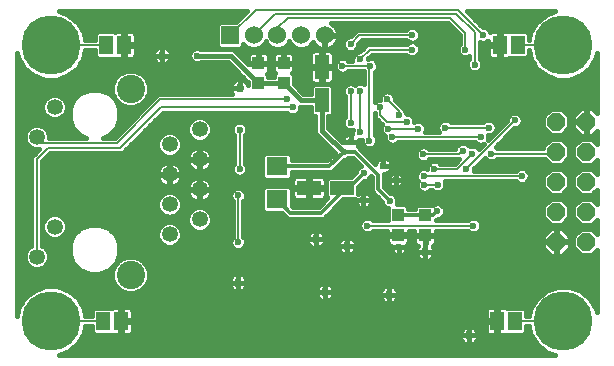
<source format=gbl>
G75*
%MOIN*%
%OFA0B0*%
%FSLAX25Y25*%
%IPPOS*%
%LPD*%
%AMOC8*
5,1,8,0,0,1.08239X$1,22.5*
%
%ADD10C,0.05315*%
%ADD11C,0.09449*%
%ADD12OC8,0.06000*%
%ADD13R,0.03937X0.04331*%
%ADD14R,0.07087X0.06299*%
%ADD15R,0.07874X0.04724*%
%ADD16R,0.04724X0.07874*%
%ADD17C,0.19685*%
%ADD18R,0.06000X0.06000*%
%ADD19C,0.06000*%
%ADD20R,0.04600X0.06300*%
%ADD21C,0.01600*%
%ADD22C,0.02953*%
%ADD23C,0.02362*%
%ADD24C,0.00700*%
%ADD25C,0.01200*%
%ADD26C,0.00591*%
D10*
X0026309Y0051349D03*
X0032296Y0061342D03*
X0070595Y0058746D03*
X0080595Y0063746D03*
X0070595Y0068746D03*
X0080595Y0073746D03*
X0070595Y0078746D03*
X0080595Y0083746D03*
X0070595Y0088746D03*
X0080595Y0093746D03*
X0032294Y0101152D03*
X0026311Y0091145D03*
D11*
X0057603Y0107250D03*
X0057603Y0045242D03*
D12*
X0199532Y0056249D03*
X0209532Y0056249D03*
X0209532Y0066249D03*
X0199532Y0066249D03*
X0199532Y0076249D03*
X0209532Y0076249D03*
X0209532Y0086249D03*
X0199532Y0086249D03*
X0199532Y0096249D03*
X0209532Y0096249D03*
D13*
X0155792Y0065123D03*
X0155792Y0058430D03*
X0146737Y0058528D03*
X0146737Y0065221D03*
X0108627Y0109166D03*
X0100209Y0109099D03*
X0100209Y0115792D03*
X0108627Y0115859D03*
D14*
X0106435Y0081403D03*
X0106435Y0070380D03*
D15*
X0117107Y0074209D03*
X0128131Y0074209D03*
D16*
X0121355Y0103501D03*
X0121355Y0114524D03*
D17*
X0201800Y0121839D03*
X0201879Y0029831D03*
X0031170Y0029910D03*
X0031013Y0121839D03*
D18*
X0090816Y0125068D03*
D19*
X0098690Y0125068D03*
X0106564Y0125068D03*
X0114438Y0125068D03*
X0122312Y0125068D03*
D20*
X0180650Y0121918D03*
X0186650Y0121918D03*
X0055430Y0121839D03*
X0049430Y0121839D03*
X0048446Y0029792D03*
X0054446Y0029792D03*
X0179824Y0029792D03*
X0185824Y0029792D03*
D21*
X0037015Y0019787D02*
X0033711Y0018584D01*
X0199121Y0018584D01*
X0196034Y0019708D01*
X0196034Y0019708D01*
X0192924Y0022317D01*
X0192924Y0022317D01*
X0192924Y0022317D01*
X0190894Y0025833D01*
X0190894Y0025833D01*
X0190503Y0028052D01*
X0189514Y0028052D01*
X0189514Y0026066D01*
X0188700Y0025252D01*
X0182948Y0025252D01*
X0182927Y0025273D01*
X0182736Y0025163D01*
X0182333Y0025055D01*
X0180174Y0025055D01*
X0180174Y0029442D01*
X0179474Y0029442D01*
X0179474Y0025055D01*
X0177315Y0025055D01*
X0176911Y0025163D01*
X0176549Y0025372D01*
X0176253Y0025667D01*
X0176044Y0026029D01*
X0175936Y0026433D01*
X0175936Y0029442D01*
X0179474Y0029442D01*
X0179474Y0030142D01*
X0179474Y0034530D01*
X0177315Y0034530D01*
X0176911Y0034421D01*
X0176549Y0034212D01*
X0176253Y0033917D01*
X0176044Y0033555D01*
X0175936Y0033151D01*
X0175936Y0030142D01*
X0179474Y0030142D01*
X0180174Y0030142D01*
X0180174Y0034530D01*
X0182333Y0034530D01*
X0182736Y0034421D01*
X0182927Y0034312D01*
X0182948Y0034333D01*
X0188700Y0034333D01*
X0189514Y0033518D01*
X0189514Y0031533D01*
X0190489Y0031533D01*
X0190894Y0033830D01*
X0190894Y0033830D01*
X0192924Y0037346D01*
X0192924Y0037346D01*
X0196034Y0039955D01*
X0196034Y0039955D01*
X0199849Y0041344D01*
X0203909Y0041344D01*
X0207724Y0039955D01*
X0207724Y0039955D01*
X0210834Y0037346D01*
X0210834Y0037346D01*
X0210834Y0037346D01*
X0212864Y0033830D01*
X0212864Y0033830D01*
X0213047Y0032788D01*
X0213047Y0053555D01*
X0211351Y0051858D01*
X0207714Y0051858D01*
X0205142Y0054430D01*
X0205142Y0058067D01*
X0207714Y0060639D01*
X0211351Y0060639D01*
X0213047Y0058943D01*
X0213047Y0063555D01*
X0211351Y0061858D01*
X0207714Y0061858D01*
X0205142Y0064430D01*
X0205142Y0068067D01*
X0207714Y0070639D01*
X0211351Y0070639D01*
X0213047Y0068943D01*
X0213047Y0073555D01*
X0211351Y0071858D01*
X0207714Y0071858D01*
X0205142Y0074430D01*
X0205142Y0078067D01*
X0207714Y0080639D01*
X0211351Y0080639D01*
X0213047Y0078943D01*
X0213047Y0083555D01*
X0211351Y0081858D01*
X0207714Y0081858D01*
X0205142Y0084430D01*
X0205142Y0088067D01*
X0207714Y0090639D01*
X0211351Y0090639D01*
X0213047Y0088943D01*
X0213047Y0093276D01*
X0211432Y0091661D01*
X0209732Y0091661D01*
X0209732Y0096049D01*
X0209332Y0096049D01*
X0204945Y0096049D01*
X0204945Y0094349D01*
X0207632Y0091661D01*
X0209332Y0091661D01*
X0209332Y0096049D01*
X0209332Y0096449D01*
X0204945Y0096449D01*
X0204945Y0098149D01*
X0207632Y0100836D01*
X0209332Y0100836D01*
X0209332Y0096449D01*
X0209732Y0096449D01*
X0209732Y0100836D01*
X0211432Y0100836D01*
X0213047Y0099221D01*
X0213047Y0119330D01*
X0212785Y0117841D01*
X0212785Y0117841D01*
X0210755Y0114325D01*
X0210755Y0114325D01*
X0207645Y0111716D01*
X0207645Y0111716D01*
X0203830Y0110327D01*
X0199770Y0110327D01*
X0195955Y0111716D01*
X0192845Y0114325D01*
X0192845Y0114325D01*
X0192845Y0114325D01*
X0190815Y0117841D01*
X0190815Y0117841D01*
X0190403Y0120178D01*
X0190341Y0120178D01*
X0190341Y0118192D01*
X0189526Y0117378D01*
X0183774Y0117378D01*
X0183753Y0117399D01*
X0183563Y0117289D01*
X0183159Y0117181D01*
X0181000Y0117181D01*
X0181000Y0121568D01*
X0180300Y0121568D01*
X0176763Y0121568D01*
X0176763Y0118559D01*
X0176871Y0118155D01*
X0177080Y0117793D01*
X0177376Y0117498D01*
X0177738Y0117289D01*
X0178141Y0117181D01*
X0180300Y0117181D01*
X0180300Y0121568D01*
X0180300Y0122268D01*
X0176763Y0122268D01*
X0176763Y0123284D01*
X0176564Y0123084D01*
X0175619Y0122693D01*
X0174596Y0122693D01*
X0174052Y0122918D01*
X0174052Y0117200D01*
X0174492Y0116761D01*
X0174883Y0115815D01*
X0174883Y0114792D01*
X0174492Y0113847D01*
X0173769Y0113124D01*
X0172823Y0112732D01*
X0171800Y0112732D01*
X0170855Y0113124D01*
X0170132Y0113847D01*
X0169740Y0114792D01*
X0169740Y0115815D01*
X0170132Y0116761D01*
X0170571Y0117200D01*
X0170571Y0118088D01*
X0169713Y0117732D01*
X0168690Y0117732D01*
X0167745Y0118124D01*
X0167021Y0118847D01*
X0166630Y0119792D01*
X0166630Y0120815D01*
X0167021Y0121761D01*
X0167461Y0122200D01*
X0167461Y0125095D01*
X0163481Y0129075D01*
X0124551Y0129075D01*
X0124716Y0128991D01*
X0125300Y0128567D01*
X0125811Y0128056D01*
X0126235Y0127472D01*
X0126563Y0126829D01*
X0126786Y0126142D01*
X0126899Y0125429D01*
X0126899Y0125268D01*
X0122512Y0125268D01*
X0122512Y0124868D01*
X0126899Y0124868D01*
X0126899Y0124707D01*
X0126786Y0123993D01*
X0126563Y0123307D01*
X0126235Y0122663D01*
X0125811Y0122079D01*
X0125300Y0121569D01*
X0124716Y0121144D01*
X0124073Y0120816D01*
X0123386Y0120593D01*
X0122673Y0120480D01*
X0122512Y0120480D01*
X0122512Y0124868D01*
X0122112Y0124868D01*
X0122112Y0120480D01*
X0121951Y0120480D01*
X0121238Y0120593D01*
X0120551Y0120816D01*
X0119907Y0121144D01*
X0119323Y0121569D01*
X0118813Y0122079D01*
X0118388Y0122663D01*
X0118281Y0122874D01*
X0118160Y0122581D01*
X0116925Y0121346D01*
X0115311Y0120677D01*
X0113564Y0120677D01*
X0111951Y0121346D01*
X0110716Y0122581D01*
X0110501Y0123099D01*
X0110286Y0122581D01*
X0109051Y0121346D01*
X0107437Y0120677D01*
X0105690Y0120677D01*
X0104077Y0121346D01*
X0102842Y0122581D01*
X0102627Y0123099D01*
X0102412Y0122581D01*
X0101177Y0121346D01*
X0099563Y0120677D01*
X0097816Y0120677D01*
X0096203Y0121346D01*
X0095206Y0122342D01*
X0095206Y0121492D01*
X0094392Y0120677D01*
X0087240Y0120677D01*
X0086425Y0121492D01*
X0086425Y0128644D01*
X0087240Y0129458D01*
X0092745Y0129458D01*
X0096413Y0133126D01*
X0033662Y0133126D01*
X0036857Y0131963D01*
X0036857Y0131963D01*
X0039967Y0129353D01*
X0039967Y0129353D01*
X0039967Y0129353D01*
X0041997Y0125837D01*
X0041997Y0125837D01*
X0042395Y0123580D01*
X0045739Y0123580D01*
X0045739Y0125565D01*
X0046554Y0126380D01*
X0052306Y0126380D01*
X0052327Y0126359D01*
X0052517Y0126469D01*
X0052921Y0126577D01*
X0055080Y0126577D01*
X0055080Y0122189D01*
X0055780Y0122189D01*
X0059317Y0122189D01*
X0059317Y0125198D01*
X0059209Y0125602D01*
X0059000Y0125964D01*
X0058705Y0126260D01*
X0058343Y0126469D01*
X0057939Y0126577D01*
X0055780Y0126577D01*
X0055780Y0122189D01*
X0055780Y0121489D01*
X0055780Y0117102D01*
X0057939Y0117102D01*
X0058343Y0117210D01*
X0058705Y0117419D01*
X0059000Y0117715D01*
X0059209Y0118077D01*
X0059317Y0118480D01*
X0059317Y0121489D01*
X0055780Y0121489D01*
X0055080Y0121489D01*
X0055080Y0117102D01*
X0052921Y0117102D01*
X0052517Y0117210D01*
X0052327Y0117320D01*
X0052306Y0117299D01*
X0046554Y0117299D01*
X0045739Y0118113D01*
X0045739Y0120099D01*
X0042395Y0120099D01*
X0041997Y0117841D01*
X0041997Y0117841D01*
X0039967Y0114325D01*
X0039967Y0114325D01*
X0036857Y0111716D01*
X0036857Y0111716D01*
X0033043Y0110327D01*
X0028983Y0110327D01*
X0025168Y0111716D01*
X0025168Y0111716D01*
X0022058Y0114325D01*
X0022058Y0114325D01*
X0020028Y0117841D01*
X0019765Y0119330D01*
X0019765Y0031527D01*
X0020185Y0033908D01*
X0020185Y0033908D01*
X0022215Y0037424D01*
X0022215Y0037424D01*
X0025325Y0040034D01*
X0025325Y0040034D01*
X0029140Y0041422D01*
X0033200Y0041422D01*
X0037015Y0040034D01*
X0037015Y0040034D01*
X0040125Y0037424D01*
X0040125Y0037424D01*
X0042155Y0033908D01*
X0042155Y0033908D01*
X0042574Y0031533D01*
X0044755Y0031533D01*
X0044755Y0033518D01*
X0045570Y0034333D01*
X0051322Y0034333D01*
X0051343Y0034312D01*
X0051533Y0034421D01*
X0051937Y0034530D01*
X0054096Y0034530D01*
X0054096Y0030142D01*
X0054796Y0030142D01*
X0058333Y0030142D01*
X0058333Y0033151D01*
X0058225Y0033555D01*
X0058016Y0033917D01*
X0057720Y0034212D01*
X0057358Y0034421D01*
X0056955Y0034530D01*
X0054796Y0034530D01*
X0054796Y0030142D01*
X0054796Y0029442D01*
X0058333Y0029442D01*
X0058333Y0026433D01*
X0058225Y0026029D01*
X0058016Y0025667D01*
X0057720Y0025372D01*
X0057358Y0025163D01*
X0056955Y0025055D01*
X0054796Y0025055D01*
X0054796Y0029442D01*
X0054096Y0029442D01*
X0054096Y0025055D01*
X0051937Y0025055D01*
X0051533Y0025163D01*
X0051343Y0025273D01*
X0051322Y0025252D01*
X0045570Y0025252D01*
X0044755Y0026066D01*
X0044755Y0028052D01*
X0042532Y0028052D01*
X0042155Y0025912D01*
X0042155Y0025912D01*
X0040125Y0022396D01*
X0040125Y0022396D01*
X0037015Y0019787D01*
X0037015Y0019787D01*
X0037266Y0019997D02*
X0195689Y0019997D01*
X0193784Y0021596D02*
X0039171Y0021596D01*
X0040586Y0023194D02*
X0167910Y0023194D01*
X0167964Y0023115D02*
X0168390Y0022688D01*
X0168892Y0022353D01*
X0169450Y0022122D01*
X0170042Y0022004D01*
X0170343Y0022004D01*
X0170343Y0025068D01*
X0170343Y0025068D01*
X0167280Y0025068D01*
X0167280Y0025369D01*
X0167397Y0025961D01*
X0167628Y0026519D01*
X0167964Y0027021D01*
X0168390Y0027448D01*
X0168892Y0027783D01*
X0169450Y0028014D01*
X0170042Y0028131D01*
X0170343Y0028131D01*
X0170343Y0025068D01*
X0170343Y0025068D01*
X0170343Y0028131D01*
X0170645Y0028131D01*
X0171237Y0028014D01*
X0171795Y0027783D01*
X0172296Y0027448D01*
X0172723Y0027021D01*
X0173058Y0026519D01*
X0173289Y0025961D01*
X0173407Y0025369D01*
X0173407Y0025068D01*
X0170343Y0025068D01*
X0167280Y0025068D01*
X0167280Y0024766D01*
X0167397Y0024174D01*
X0167628Y0023616D01*
X0167964Y0023115D01*
X0167280Y0024793D02*
X0041508Y0024793D01*
X0042239Y0026391D02*
X0044755Y0026391D01*
X0044755Y0027990D02*
X0042521Y0027990D01*
X0042353Y0032785D02*
X0044755Y0032785D01*
X0041880Y0034384D02*
X0051468Y0034384D01*
X0054096Y0034384D02*
X0054796Y0034384D01*
X0054796Y0032785D02*
X0054096Y0032785D01*
X0054096Y0031187D02*
X0054796Y0031187D01*
X0054796Y0029588D02*
X0179474Y0029588D01*
X0179474Y0027990D02*
X0180174Y0027990D01*
X0180174Y0026391D02*
X0179474Y0026391D01*
X0175947Y0026391D02*
X0173111Y0026391D01*
X0173407Y0025068D02*
X0170343Y0025068D01*
X0170343Y0025068D01*
X0170343Y0025068D01*
X0170343Y0022004D01*
X0170645Y0022004D01*
X0171237Y0022122D01*
X0171795Y0022353D01*
X0172296Y0022688D01*
X0172723Y0023115D01*
X0173058Y0023616D01*
X0173289Y0024174D01*
X0173407Y0024766D01*
X0173407Y0025068D01*
X0173407Y0024793D02*
X0191495Y0024793D01*
X0190796Y0026391D02*
X0189514Y0026391D01*
X0189514Y0027990D02*
X0190514Y0027990D01*
X0190710Y0032785D02*
X0189514Y0032785D01*
X0191214Y0034384D02*
X0182802Y0034384D01*
X0180174Y0034384D02*
X0179474Y0034384D01*
X0179474Y0032785D02*
X0180174Y0032785D01*
X0180174Y0031187D02*
X0179474Y0031187D01*
X0175936Y0031187D02*
X0058333Y0031187D01*
X0058333Y0032785D02*
X0175936Y0032785D01*
X0176846Y0034384D02*
X0057424Y0034384D01*
X0056387Y0039127D02*
X0058819Y0039127D01*
X0061067Y0040058D01*
X0062787Y0041778D01*
X0063718Y0044025D01*
X0063718Y0046458D01*
X0062787Y0048706D01*
X0061067Y0050426D01*
X0058819Y0051357D01*
X0056387Y0051357D01*
X0054139Y0050426D01*
X0052419Y0048706D01*
X0051488Y0046458D01*
X0051488Y0044025D01*
X0052419Y0041778D01*
X0054139Y0040058D01*
X0056387Y0039127D01*
X0056260Y0039179D02*
X0038034Y0039179D01*
X0039939Y0037581D02*
X0119994Y0037581D01*
X0119971Y0037603D02*
X0120398Y0037176D01*
X0120900Y0036841D01*
X0121458Y0036610D01*
X0122049Y0036492D01*
X0122351Y0036492D01*
X0122351Y0039556D01*
X0122351Y0039556D01*
X0119287Y0039556D01*
X0119287Y0039858D01*
X0119405Y0040450D01*
X0119636Y0041007D01*
X0119971Y0041509D01*
X0120398Y0041936D01*
X0120900Y0042271D01*
X0121458Y0042502D01*
X0122049Y0042620D01*
X0122351Y0042620D01*
X0122351Y0039556D01*
X0122351Y0039556D01*
X0119287Y0039556D01*
X0119287Y0039254D01*
X0119405Y0038662D01*
X0119636Y0038105D01*
X0119971Y0037603D01*
X0119302Y0039179D02*
X0058946Y0039179D01*
X0061787Y0040778D02*
X0091031Y0040778D01*
X0091074Y0040713D02*
X0091500Y0040286D01*
X0092002Y0039951D01*
X0092560Y0039720D01*
X0093152Y0039602D01*
X0093453Y0039602D01*
X0093453Y0042666D01*
X0090390Y0042666D01*
X0090390Y0042364D01*
X0090508Y0041772D01*
X0090738Y0041215D01*
X0091074Y0040713D01*
X0090390Y0042376D02*
X0063035Y0042376D01*
X0063697Y0043975D02*
X0090679Y0043975D01*
X0090738Y0044117D02*
X0090508Y0043560D01*
X0090390Y0042968D01*
X0090390Y0042666D01*
X0093453Y0042666D01*
X0093453Y0042666D01*
X0093454Y0042666D01*
X0093454Y0042666D01*
X0096517Y0042666D01*
X0096517Y0042364D01*
X0096400Y0041772D01*
X0096169Y0041215D01*
X0095833Y0040713D01*
X0095407Y0040286D01*
X0094905Y0039951D01*
X0094347Y0039720D01*
X0093755Y0039602D01*
X0093454Y0039602D01*
X0093454Y0042666D01*
X0096517Y0042666D01*
X0096517Y0042968D01*
X0096400Y0043560D01*
X0096169Y0044117D01*
X0095833Y0044619D01*
X0095407Y0045046D01*
X0094905Y0045381D01*
X0094347Y0045612D01*
X0093755Y0045730D01*
X0093454Y0045730D01*
X0093454Y0042666D01*
X0093453Y0042666D01*
X0093453Y0045730D01*
X0093152Y0045730D01*
X0092560Y0045612D01*
X0092002Y0045381D01*
X0091500Y0045046D01*
X0091074Y0044619D01*
X0090738Y0044117D01*
X0092466Y0045573D02*
X0063718Y0045573D01*
X0063422Y0047172D02*
X0213047Y0047172D01*
X0213047Y0048770D02*
X0062722Y0048770D01*
X0061124Y0050369D02*
X0154152Y0050369D01*
X0154364Y0050227D02*
X0154922Y0049996D01*
X0155514Y0049878D01*
X0155816Y0049878D01*
X0156118Y0049878D01*
X0156709Y0049996D01*
X0157267Y0050227D01*
X0157769Y0050562D01*
X0158196Y0050989D01*
X0158531Y0051490D01*
X0158762Y0052048D01*
X0158880Y0052640D01*
X0158880Y0052942D01*
X0158880Y0053243D01*
X0158762Y0053835D01*
X0158531Y0054393D01*
X0158285Y0054762D01*
X0158373Y0054785D01*
X0158735Y0054994D01*
X0159031Y0055290D01*
X0159240Y0055652D01*
X0159348Y0056056D01*
X0159348Y0058246D01*
X0155976Y0058246D01*
X0155976Y0056005D01*
X0155816Y0056005D01*
X0155816Y0052942D01*
X0158880Y0052942D01*
X0155816Y0052942D01*
X0155816Y0052942D01*
X0155816Y0052942D01*
X0155816Y0056005D01*
X0155608Y0056005D01*
X0155608Y0058246D01*
X0152236Y0058246D01*
X0152236Y0056056D01*
X0152344Y0055652D01*
X0152553Y0055290D01*
X0152849Y0054994D01*
X0153211Y0054785D01*
X0153340Y0054751D01*
X0153101Y0054393D01*
X0152870Y0053835D01*
X0152752Y0053243D01*
X0152752Y0052942D01*
X0155816Y0052942D01*
X0155816Y0052942D01*
X0155816Y0049878D01*
X0155816Y0052942D01*
X0155816Y0052942D01*
X0152752Y0052942D01*
X0152752Y0052640D01*
X0152870Y0052048D01*
X0153101Y0051490D01*
X0153436Y0050989D01*
X0153863Y0050562D01*
X0154364Y0050227D01*
X0155816Y0050369D02*
X0155816Y0050369D01*
X0155816Y0051967D02*
X0155816Y0051967D01*
X0155816Y0053566D02*
X0155816Y0053566D01*
X0155816Y0055164D02*
X0155816Y0055164D01*
X0155976Y0056763D02*
X0155608Y0056763D01*
X0155608Y0058246D02*
X0155976Y0058246D01*
X0155976Y0058614D01*
X0159348Y0058614D01*
X0159348Y0059941D01*
X0170022Y0059941D01*
X0170461Y0059502D01*
X0171407Y0059110D01*
X0172430Y0059110D01*
X0173375Y0059502D01*
X0174098Y0060225D01*
X0174490Y0061170D01*
X0174490Y0062193D01*
X0174098Y0063139D01*
X0173375Y0063862D01*
X0172430Y0064254D01*
X0171407Y0064254D01*
X0170461Y0063862D01*
X0170022Y0063422D01*
X0159545Y0063422D01*
X0160036Y0063913D01*
X0160304Y0063913D01*
X0161249Y0064305D01*
X0161972Y0065028D01*
X0162364Y0065973D01*
X0162364Y0066997D01*
X0161972Y0067942D01*
X0161249Y0068665D01*
X0160304Y0069057D01*
X0159281Y0069057D01*
X0158346Y0068669D01*
X0158337Y0068679D01*
X0153248Y0068679D01*
X0152433Y0067864D01*
X0152433Y0067113D01*
X0150096Y0067113D01*
X0150096Y0067963D01*
X0149281Y0068777D01*
X0146263Y0068777D01*
X0146537Y0069438D01*
X0146537Y0070461D01*
X0146145Y0071406D01*
X0145422Y0072130D01*
X0144477Y0072521D01*
X0144209Y0072521D01*
X0142019Y0074711D01*
X0142019Y0078913D01*
X0142191Y0078913D01*
X0142726Y0079020D01*
X0143229Y0079228D01*
X0143683Y0079531D01*
X0144069Y0079917D01*
X0144372Y0080371D01*
X0144580Y0080874D01*
X0144687Y0081409D01*
X0144687Y0081682D01*
X0144687Y0081955D01*
X0144580Y0082489D01*
X0144372Y0082993D01*
X0144069Y0083447D01*
X0143683Y0083832D01*
X0143229Y0084135D01*
X0142726Y0084344D01*
X0142191Y0084450D01*
X0141918Y0084450D01*
X0141645Y0084450D01*
X0141111Y0084344D01*
X0140607Y0084135D01*
X0140153Y0083832D01*
X0139768Y0083447D01*
X0139465Y0082993D01*
X0139256Y0082489D01*
X0139208Y0082247D01*
X0134539Y0086916D01*
X0133373Y0088082D01*
X0133265Y0088082D01*
X0133427Y0088323D01*
X0133635Y0088827D01*
X0133742Y0089362D01*
X0133742Y0089635D01*
X0133742Y0089907D01*
X0133681Y0090213D01*
X0134634Y0090213D01*
X0134661Y0090224D01*
X0134661Y0089517D01*
X0135053Y0088572D01*
X0135776Y0087848D01*
X0136722Y0087457D01*
X0137745Y0087457D01*
X0138690Y0087848D01*
X0139413Y0088572D01*
X0139805Y0089517D01*
X0139805Y0090540D01*
X0139413Y0091485D01*
X0138974Y0091925D01*
X0138974Y0099336D01*
X0139154Y0099156D01*
X0139154Y0097693D01*
X0141201Y0095646D01*
X0141408Y0095439D01*
X0141392Y0095422D01*
X0141000Y0094477D01*
X0141000Y0093454D01*
X0141392Y0092509D01*
X0142115Y0091785D01*
X0142299Y0091709D01*
X0142299Y0090698D01*
X0142691Y0089753D01*
X0143414Y0089029D01*
X0144359Y0088638D01*
X0145382Y0088638D01*
X0146328Y0089029D01*
X0146767Y0089469D01*
X0172384Y0089469D01*
X0172824Y0089029D01*
X0173769Y0088638D01*
X0174792Y0088638D01*
X0175408Y0088893D01*
X0173707Y0087192D01*
X0173020Y0087878D01*
X0172075Y0088269D01*
X0171052Y0088269D01*
X0170615Y0088088D01*
X0170594Y0088139D01*
X0169871Y0088862D01*
X0168926Y0089254D01*
X0167903Y0089254D01*
X0166957Y0088862D01*
X0166234Y0088139D01*
X0165862Y0087241D01*
X0157122Y0087241D01*
X0156682Y0087681D01*
X0155737Y0088072D01*
X0154714Y0088072D01*
X0153768Y0087681D01*
X0153045Y0086958D01*
X0152654Y0086012D01*
X0152654Y0084989D01*
X0153045Y0084044D01*
X0153768Y0083321D01*
X0154714Y0082929D01*
X0155737Y0082929D01*
X0156682Y0083321D01*
X0157122Y0083760D01*
X0167165Y0083760D01*
X0165725Y0082320D01*
X0160803Y0082320D01*
X0160363Y0082760D01*
X0159418Y0083151D01*
X0158395Y0083151D01*
X0157450Y0082760D01*
X0156726Y0082036D01*
X0156335Y0081091D01*
X0156335Y0080607D01*
X0155894Y0080789D01*
X0154871Y0080789D01*
X0153926Y0080397D01*
X0153203Y0079674D01*
X0152811Y0078729D01*
X0152811Y0077706D01*
X0153203Y0076761D01*
X0153337Y0076626D01*
X0152969Y0075737D01*
X0152969Y0074714D01*
X0153360Y0073768D01*
X0154083Y0073045D01*
X0155029Y0072654D01*
X0156052Y0072654D01*
X0156997Y0073045D01*
X0157436Y0073485D01*
X0158171Y0073485D01*
X0158532Y0073124D01*
X0159477Y0072732D01*
X0160501Y0072732D01*
X0161446Y0073124D01*
X0162169Y0073847D01*
X0162561Y0074792D01*
X0162561Y0075815D01*
X0162287Y0076477D01*
X0186164Y0076477D01*
X0186603Y0076037D01*
X0187548Y0075646D01*
X0188571Y0075646D01*
X0189517Y0076037D01*
X0190240Y0076761D01*
X0190631Y0077706D01*
X0190631Y0078729D01*
X0190240Y0079674D01*
X0189517Y0080397D01*
X0188571Y0080789D01*
X0187548Y0080789D01*
X0186603Y0080397D01*
X0186164Y0079958D01*
X0172082Y0079958D01*
X0172128Y0080068D01*
X0172128Y0080690D01*
X0175661Y0084223D01*
X0176367Y0083517D01*
X0177312Y0083126D01*
X0178335Y0083126D01*
X0179280Y0083517D01*
X0179720Y0083957D01*
X0195615Y0083957D01*
X0197714Y0081858D01*
X0201351Y0081858D01*
X0203923Y0084430D01*
X0203923Y0088067D01*
X0201351Y0090639D01*
X0197714Y0090639D01*
X0195142Y0088067D01*
X0195142Y0087438D01*
X0179720Y0087438D01*
X0179298Y0087860D01*
X0185587Y0094150D01*
X0186209Y0094150D01*
X0187154Y0094541D01*
X0187878Y0095265D01*
X0188269Y0096210D01*
X0188269Y0097233D01*
X0187878Y0098178D01*
X0187154Y0098901D01*
X0186209Y0099293D01*
X0185186Y0099293D01*
X0184241Y0098901D01*
X0183517Y0098178D01*
X0183126Y0097233D01*
X0183126Y0096611D01*
X0176597Y0090082D01*
X0176852Y0090698D01*
X0176852Y0091721D01*
X0176824Y0091787D01*
X0177548Y0091787D01*
X0178493Y0092179D01*
X0179216Y0092902D01*
X0179608Y0093848D01*
X0179608Y0094871D01*
X0179216Y0095816D01*
X0178493Y0096539D01*
X0177548Y0096931D01*
X0176525Y0096931D01*
X0175579Y0096539D01*
X0175140Y0096100D01*
X0164366Y0096100D01*
X0163926Y0096539D01*
X0162981Y0096931D01*
X0161958Y0096931D01*
X0161013Y0096539D01*
X0160289Y0095816D01*
X0159898Y0094871D01*
X0159898Y0093848D01*
X0160269Y0092950D01*
X0155777Y0092950D01*
X0155986Y0093454D01*
X0155986Y0094477D01*
X0155594Y0095422D01*
X0154871Y0096145D01*
X0153926Y0096537D01*
X0152903Y0096537D01*
X0152206Y0096249D01*
X0152206Y0096878D01*
X0151815Y0097824D01*
X0151091Y0098547D01*
X0150146Y0098939D01*
X0149647Y0098939D01*
X0149647Y0099044D01*
X0149256Y0099989D01*
X0148816Y0100429D01*
X0148816Y0100631D01*
X0145750Y0103698D01*
X0145750Y0104319D01*
X0145358Y0105265D01*
X0144635Y0105988D01*
X0143689Y0106380D01*
X0142666Y0106380D01*
X0141721Y0105988D01*
X0140998Y0105265D01*
X0140606Y0104319D01*
X0140606Y0103624D01*
X0140383Y0103624D01*
X0139438Y0103232D01*
X0138974Y0102768D01*
X0138974Y0112717D01*
X0139005Y0112730D01*
X0139728Y0113454D01*
X0140120Y0114399D01*
X0140120Y0115422D01*
X0139728Y0116367D01*
X0139005Y0117090D01*
X0138060Y0117482D01*
X0137036Y0117482D01*
X0136757Y0117366D01*
X0137993Y0118603D01*
X0149549Y0118603D01*
X0149989Y0118163D01*
X0150934Y0117772D01*
X0151957Y0117772D01*
X0152902Y0118163D01*
X0153626Y0118887D01*
X0154017Y0119832D01*
X0154017Y0120855D01*
X0153626Y0121800D01*
X0152902Y0122523D01*
X0152292Y0122776D01*
X0152942Y0123045D01*
X0153665Y0123768D01*
X0154057Y0124714D01*
X0154057Y0125737D01*
X0153665Y0126682D01*
X0152942Y0127405D01*
X0151997Y0127797D01*
X0150973Y0127797D01*
X0150028Y0127405D01*
X0149589Y0126966D01*
X0133205Y0126966D01*
X0132185Y0125946D01*
X0132185Y0125907D01*
X0131044Y0124765D01*
X0130422Y0124765D01*
X0129477Y0124374D01*
X0128754Y0123650D01*
X0128362Y0122705D01*
X0128362Y0121682D01*
X0128754Y0120737D01*
X0129477Y0120014D01*
X0130422Y0119622D01*
X0131445Y0119622D01*
X0132391Y0120014D01*
X0133114Y0120737D01*
X0133505Y0121682D01*
X0133505Y0122304D01*
X0134686Y0123485D01*
X0149589Y0123485D01*
X0150028Y0123045D01*
X0150638Y0122792D01*
X0149989Y0122523D01*
X0149549Y0122084D01*
X0136551Y0122084D01*
X0134233Y0119765D01*
X0133611Y0119765D01*
X0132666Y0119374D01*
X0131943Y0118650D01*
X0131551Y0117705D01*
X0131551Y0116682D01*
X0131564Y0116651D01*
X0130114Y0116651D01*
X0129674Y0117090D01*
X0128729Y0117482D01*
X0127706Y0117482D01*
X0126761Y0117090D01*
X0126037Y0116367D01*
X0125646Y0115422D01*
X0125646Y0114399D01*
X0126037Y0113454D01*
X0126761Y0112730D01*
X0127706Y0112339D01*
X0128729Y0112339D01*
X0129674Y0112730D01*
X0130114Y0113170D01*
X0135493Y0113170D01*
X0135493Y0108780D01*
X0134634Y0109135D01*
X0133611Y0109135D01*
X0132666Y0108744D01*
X0132489Y0108567D01*
X0132391Y0108665D01*
X0131445Y0109057D01*
X0130422Y0109057D01*
X0129477Y0108665D01*
X0128754Y0107942D01*
X0128362Y0106997D01*
X0128362Y0105973D01*
X0128754Y0105028D01*
X0129193Y0104589D01*
X0129193Y0097870D01*
X0128754Y0097430D01*
X0128362Y0096485D01*
X0128362Y0095462D01*
X0128754Y0094516D01*
X0129477Y0093793D01*
X0130422Y0093402D01*
X0131445Y0093402D01*
X0131626Y0093476D01*
X0131551Y0093296D01*
X0131551Y0092342D01*
X0131246Y0092403D01*
X0130973Y0092403D01*
X0130701Y0092403D01*
X0130166Y0092297D01*
X0129662Y0092088D01*
X0129208Y0091785D01*
X0128823Y0091399D01*
X0128520Y0090946D01*
X0128311Y0090442D01*
X0128205Y0089907D01*
X0128205Y0089635D01*
X0130973Y0089635D01*
X0130973Y0092403D01*
X0130973Y0089635D01*
X0130973Y0089635D01*
X0130973Y0089635D01*
X0128205Y0089635D01*
X0128205Y0089596D01*
X0123546Y0094255D01*
X0123546Y0098173D01*
X0124293Y0098173D01*
X0125108Y0098988D01*
X0125108Y0108014D01*
X0124293Y0108828D01*
X0118417Y0108828D01*
X0117602Y0108014D01*
X0117602Y0105691D01*
X0115199Y0105691D01*
X0111986Y0108905D01*
X0111986Y0111907D01*
X0111506Y0112387D01*
X0111570Y0112423D01*
X0111866Y0112719D01*
X0112074Y0113081D01*
X0112183Y0113485D01*
X0112183Y0115675D01*
X0108811Y0115675D01*
X0108811Y0116043D01*
X0112183Y0116043D01*
X0112183Y0118233D01*
X0112074Y0118637D01*
X0111866Y0118999D01*
X0111570Y0119295D01*
X0111208Y0119504D01*
X0110804Y0119612D01*
X0108811Y0119612D01*
X0108811Y0116043D01*
X0108442Y0116043D01*
X0108442Y0115675D01*
X0105071Y0115675D01*
X0105071Y0113485D01*
X0105179Y0113081D01*
X0105388Y0112719D01*
X0105684Y0112423D01*
X0105747Y0112387D01*
X0105268Y0111907D01*
X0105268Y0111357D01*
X0103568Y0111357D01*
X0103568Y0111841D01*
X0103089Y0112320D01*
X0103153Y0112357D01*
X0103448Y0112652D01*
X0103657Y0113014D01*
X0103765Y0113418D01*
X0103765Y0115608D01*
X0100394Y0115608D01*
X0100394Y0115976D01*
X0103765Y0115976D01*
X0103765Y0118166D01*
X0103657Y0118570D01*
X0103448Y0118932D01*
X0103153Y0119228D01*
X0102791Y0119437D01*
X0102387Y0119545D01*
X0100394Y0119545D01*
X0100394Y0115976D01*
X0100025Y0115976D01*
X0100025Y0115608D01*
X0096799Y0115608D01*
X0091841Y0120565D01*
X0081224Y0120565D01*
X0080304Y0120946D01*
X0079281Y0120946D01*
X0078335Y0120555D01*
X0077612Y0119832D01*
X0077220Y0118886D01*
X0077220Y0117863D01*
X0077612Y0116918D01*
X0078335Y0116195D01*
X0079281Y0115803D01*
X0080304Y0115803D01*
X0081224Y0116184D01*
X0090027Y0116184D01*
X0096850Y0109360D01*
X0096850Y0108415D01*
X0096641Y0108921D01*
X0096306Y0109422D01*
X0095879Y0109849D01*
X0095377Y0110184D01*
X0094820Y0110415D01*
X0094228Y0110533D01*
X0093926Y0110533D01*
X0093926Y0107469D01*
X0090862Y0107469D01*
X0090862Y0107168D01*
X0090980Y0106576D01*
X0091211Y0106018D01*
X0091525Y0105548D01*
X0066866Y0105548D01*
X0052300Y0090981D01*
X0048488Y0090981D01*
X0050286Y0091726D01*
X0052615Y0094055D01*
X0053875Y0097099D01*
X0053875Y0100393D01*
X0052615Y0103436D01*
X0050286Y0105765D01*
X0047242Y0107026D01*
X0043948Y0107026D01*
X0040905Y0105765D01*
X0038575Y0103436D01*
X0037315Y0100393D01*
X0037315Y0097099D01*
X0038575Y0094055D01*
X0040905Y0091726D01*
X0042702Y0090981D01*
X0030359Y0090981D01*
X0030359Y0091950D01*
X0029743Y0093438D01*
X0028604Y0094577D01*
X0027116Y0095193D01*
X0025506Y0095193D01*
X0024018Y0094577D01*
X0022880Y0093438D01*
X0022263Y0091950D01*
X0022263Y0090340D01*
X0022880Y0088852D01*
X0024018Y0087713D01*
X0025506Y0087097D01*
X0027116Y0087097D01*
X0027182Y0087124D01*
X0024569Y0084511D01*
X0024569Y0055010D01*
X0024016Y0054781D01*
X0022878Y0053642D01*
X0022261Y0052154D01*
X0022261Y0050544D01*
X0022878Y0049056D01*
X0024016Y0047917D01*
X0025504Y0047301D01*
X0027115Y0047301D01*
X0028602Y0047917D01*
X0029741Y0049056D01*
X0030357Y0050544D01*
X0030357Y0052154D01*
X0029741Y0053642D01*
X0028602Y0054781D01*
X0028050Y0055010D01*
X0028050Y0083069D01*
X0030907Y0085926D01*
X0054929Y0085926D01*
X0068315Y0099311D01*
X0109786Y0099311D01*
X0110225Y0098872D01*
X0111170Y0098480D01*
X0112193Y0098480D01*
X0113139Y0098872D01*
X0113862Y0099595D01*
X0114254Y0100540D01*
X0114254Y0101310D01*
X0117602Y0101310D01*
X0117602Y0098988D01*
X0118417Y0098173D01*
X0119165Y0098173D01*
X0119165Y0092440D01*
X0125655Y0085950D01*
X0123098Y0083394D01*
X0111369Y0083394D01*
X0111369Y0085129D01*
X0110555Y0085943D01*
X0102316Y0085943D01*
X0101502Y0085129D01*
X0101502Y0077678D01*
X0102316Y0076863D01*
X0110555Y0076863D01*
X0111369Y0077678D01*
X0111369Y0079413D01*
X0124747Y0079413D01*
X0128854Y0083520D01*
X0129123Y0083520D01*
X0130068Y0083911D01*
X0130257Y0084101D01*
X0131724Y0084101D01*
X0134268Y0081556D01*
X0133847Y0081382D01*
X0133124Y0080658D01*
X0132732Y0079713D01*
X0132732Y0079445D01*
X0131249Y0077962D01*
X0123618Y0077962D01*
X0122803Y0077148D01*
X0122803Y0071271D01*
X0123181Y0070894D01*
X0120290Y0068003D01*
X0111627Y0068003D01*
X0111369Y0068261D01*
X0111369Y0074105D01*
X0110555Y0074920D01*
X0102316Y0074920D01*
X0101502Y0074105D01*
X0101502Y0066654D01*
X0102316Y0065839D01*
X0108161Y0065839D01*
X0109978Y0064022D01*
X0121939Y0064022D01*
X0128374Y0070457D01*
X0132464Y0070457D01*
X0132457Y0070419D01*
X0132457Y0070147D01*
X0135225Y0070147D01*
X0135225Y0072915D01*
X0134953Y0072915D01*
X0134418Y0072809D01*
X0133914Y0072600D01*
X0133460Y0072297D01*
X0133458Y0072295D01*
X0133458Y0074541D01*
X0135547Y0076630D01*
X0135815Y0076630D01*
X0136761Y0077021D01*
X0137484Y0077745D01*
X0137658Y0078166D01*
X0138038Y0077787D01*
X0138038Y0073062D01*
X0139204Y0071896D01*
X0141394Y0069706D01*
X0141394Y0069438D01*
X0141785Y0068493D01*
X0142509Y0067769D01*
X0143378Y0067409D01*
X0143378Y0063422D01*
X0138381Y0063422D01*
X0137942Y0063862D01*
X0136997Y0064254D01*
X0135973Y0064254D01*
X0135028Y0063862D01*
X0134305Y0063139D01*
X0133913Y0062193D01*
X0133913Y0061170D01*
X0134305Y0060225D01*
X0135028Y0059502D01*
X0135973Y0059110D01*
X0136997Y0059110D01*
X0137942Y0059502D01*
X0138381Y0059941D01*
X0143181Y0059941D01*
X0143181Y0058713D01*
X0146553Y0058713D01*
X0146553Y0058344D01*
X0143181Y0058344D01*
X0143181Y0056154D01*
X0143289Y0055750D01*
X0143498Y0055388D01*
X0143794Y0055093D01*
X0144156Y0054884D01*
X0144332Y0054837D01*
X0144307Y0054710D01*
X0144307Y0054438D01*
X0147075Y0054438D01*
X0147075Y0054438D01*
X0144307Y0054438D01*
X0144307Y0054165D01*
X0144413Y0053630D01*
X0144622Y0053126D01*
X0144925Y0052673D01*
X0145311Y0052287D01*
X0145764Y0051984D01*
X0146268Y0051776D01*
X0146803Y0051669D01*
X0147076Y0051669D01*
X0147348Y0051669D01*
X0147883Y0051776D01*
X0148387Y0051984D01*
X0148840Y0052287D01*
X0149226Y0052673D01*
X0149529Y0053126D01*
X0149738Y0053630D01*
X0149844Y0054165D01*
X0149844Y0054438D01*
X0149844Y0054710D01*
X0149753Y0055166D01*
X0149976Y0055388D01*
X0150185Y0055750D01*
X0150293Y0056154D01*
X0150293Y0058344D01*
X0146921Y0058344D01*
X0146921Y0058713D01*
X0150293Y0058713D01*
X0150293Y0059941D01*
X0152236Y0059941D01*
X0152236Y0058614D01*
X0155608Y0058614D01*
X0155608Y0058246D01*
X0155608Y0058361D02*
X0146921Y0058361D01*
X0146553Y0058361D02*
X0122120Y0058361D01*
X0122035Y0058566D02*
X0121699Y0059068D01*
X0121273Y0059495D01*
X0120771Y0059830D01*
X0120213Y0060061D01*
X0119621Y0060179D01*
X0119320Y0060179D01*
X0119320Y0057115D01*
X0122383Y0057115D01*
X0122383Y0057417D01*
X0122266Y0058009D01*
X0122035Y0058566D01*
X0122383Y0057115D02*
X0119320Y0057115D01*
X0119320Y0057115D01*
X0119320Y0057115D01*
X0119320Y0054051D01*
X0119621Y0054051D01*
X0120213Y0054169D01*
X0120771Y0054400D01*
X0121273Y0054735D01*
X0121699Y0055162D01*
X0122035Y0055664D01*
X0122266Y0056221D01*
X0122383Y0056813D01*
X0122383Y0057115D01*
X0122373Y0056763D02*
X0127293Y0056763D01*
X0127412Y0056942D02*
X0127077Y0056440D01*
X0126846Y0055883D01*
X0126728Y0055291D01*
X0126728Y0054989D01*
X0129792Y0054989D01*
X0129792Y0054989D01*
X0126728Y0054989D01*
X0126728Y0054687D01*
X0126846Y0054095D01*
X0127077Y0053538D01*
X0127412Y0053036D01*
X0127839Y0052609D01*
X0128341Y0052274D01*
X0128898Y0052043D01*
X0129490Y0051925D01*
X0129792Y0051925D01*
X0129792Y0054989D01*
X0129792Y0058053D01*
X0129490Y0058053D01*
X0128898Y0057935D01*
X0128341Y0057704D01*
X0127839Y0057369D01*
X0127412Y0056942D01*
X0126728Y0055164D02*
X0121701Y0055164D01*
X0119320Y0055164D02*
X0119320Y0055164D01*
X0119320Y0054051D02*
X0119320Y0057115D01*
X0119320Y0057115D01*
X0119320Y0060179D01*
X0119018Y0060179D01*
X0118426Y0060061D01*
X0117868Y0059830D01*
X0117367Y0059495D01*
X0116940Y0059068D01*
X0116605Y0058566D01*
X0116374Y0058009D01*
X0116256Y0057417D01*
X0116256Y0057115D01*
X0119320Y0057115D01*
X0119320Y0057115D01*
X0116256Y0057115D01*
X0116256Y0056813D01*
X0116374Y0056221D01*
X0116605Y0055664D01*
X0116940Y0055162D01*
X0117367Y0054735D01*
X0117868Y0054400D01*
X0118426Y0054169D01*
X0119018Y0054051D01*
X0119320Y0054051D01*
X0116938Y0055164D02*
X0095837Y0055164D01*
X0096025Y0055619D02*
X0095634Y0054674D01*
X0094910Y0053951D01*
X0093965Y0053559D01*
X0092942Y0053559D01*
X0091997Y0053951D01*
X0091273Y0054674D01*
X0090882Y0055619D01*
X0090882Y0056642D01*
X0091273Y0057587D01*
X0091713Y0058027D01*
X0091713Y0069825D01*
X0091273Y0070265D01*
X0090882Y0071210D01*
X0090882Y0072233D01*
X0091273Y0073178D01*
X0091997Y0073901D01*
X0092942Y0074293D01*
X0093965Y0074293D01*
X0094910Y0073901D01*
X0095634Y0073178D01*
X0096025Y0072233D01*
X0096025Y0071210D01*
X0095634Y0070265D01*
X0095194Y0069825D01*
X0095194Y0058027D01*
X0095634Y0057587D01*
X0096025Y0056642D01*
X0096025Y0055619D01*
X0095975Y0056763D02*
X0116266Y0056763D01*
X0116520Y0058361D02*
X0095194Y0058361D01*
X0095194Y0059960D02*
X0118182Y0059960D01*
X0119320Y0059960D02*
X0119320Y0059960D01*
X0120458Y0059960D02*
X0134570Y0059960D01*
X0133913Y0061558D02*
X0095194Y0061558D01*
X0095194Y0063157D02*
X0134323Y0063157D01*
X0134953Y0067378D02*
X0134418Y0067484D01*
X0133914Y0067693D01*
X0133460Y0067996D01*
X0133075Y0068382D01*
X0132772Y0068835D01*
X0132563Y0069339D01*
X0132457Y0069874D01*
X0132457Y0070146D01*
X0135225Y0070146D01*
X0135225Y0070146D01*
X0135225Y0067378D01*
X0134953Y0067378D01*
X0135225Y0067378D02*
X0135498Y0067378D01*
X0136033Y0067484D01*
X0136537Y0067693D01*
X0136990Y0067996D01*
X0137376Y0068382D01*
X0137679Y0068835D01*
X0137887Y0069339D01*
X0137994Y0069874D01*
X0137994Y0070146D01*
X0135225Y0070146D01*
X0135225Y0070147D01*
X0135225Y0070147D01*
X0135225Y0072915D01*
X0135498Y0072915D01*
X0136033Y0072809D01*
X0136537Y0072600D01*
X0136990Y0072297D01*
X0137376Y0071911D01*
X0137679Y0071458D01*
X0137887Y0070954D01*
X0137994Y0070419D01*
X0137994Y0070147D01*
X0135225Y0070147D01*
X0135225Y0070146D01*
X0135225Y0067378D01*
X0135225Y0067952D02*
X0135225Y0067952D01*
X0135225Y0069551D02*
X0135225Y0069551D01*
X0135225Y0071149D02*
X0135225Y0071149D01*
X0135225Y0072748D02*
X0135225Y0072748D01*
X0134271Y0072748D02*
X0133458Y0072748D01*
X0133458Y0074346D02*
X0138038Y0074346D01*
X0138038Y0075945D02*
X0134862Y0075945D01*
X0137283Y0077543D02*
X0138038Y0077543D01*
X0142019Y0077543D02*
X0143369Y0077543D01*
X0143390Y0077647D02*
X0143283Y0077112D01*
X0143283Y0076839D01*
X0143283Y0076567D01*
X0143390Y0076032D01*
X0143599Y0075528D01*
X0143902Y0075075D01*
X0144287Y0074689D01*
X0144741Y0074386D01*
X0145244Y0074177D01*
X0145779Y0074071D01*
X0146052Y0074071D01*
X0146325Y0074071D01*
X0146860Y0074177D01*
X0147363Y0074386D01*
X0147817Y0074689D01*
X0148202Y0075075D01*
X0148505Y0075528D01*
X0148714Y0076032D01*
X0148820Y0076567D01*
X0148820Y0076839D01*
X0146052Y0076839D01*
X0146052Y0074071D01*
X0146052Y0076839D01*
X0146052Y0076839D01*
X0146052Y0076839D01*
X0143283Y0076839D01*
X0146052Y0076839D01*
X0146052Y0076839D01*
X0148820Y0076839D01*
X0148820Y0077112D01*
X0148714Y0077647D01*
X0148505Y0078151D01*
X0148202Y0078604D01*
X0147817Y0078990D01*
X0147363Y0079293D01*
X0146860Y0079501D01*
X0146325Y0079608D01*
X0146052Y0079608D01*
X0146052Y0076839D01*
X0146052Y0076839D01*
X0146052Y0079608D01*
X0145779Y0079608D01*
X0145244Y0079501D01*
X0144741Y0079293D01*
X0144287Y0078990D01*
X0143902Y0078604D01*
X0143599Y0078151D01*
X0143390Y0077647D01*
X0143021Y0079142D02*
X0144515Y0079142D01*
X0146052Y0079142D02*
X0146052Y0079142D01*
X0147589Y0079142D02*
X0152982Y0079142D01*
X0152878Y0077543D02*
X0148735Y0077543D01*
X0148678Y0075945D02*
X0153055Y0075945D01*
X0153121Y0074346D02*
X0147268Y0074346D01*
X0146052Y0074346D02*
X0146052Y0074346D01*
X0144836Y0074346D02*
X0142384Y0074346D01*
X0142019Y0075945D02*
X0143426Y0075945D01*
X0146052Y0075945D02*
X0146052Y0075945D01*
X0146052Y0077543D02*
X0146052Y0077543D01*
X0144525Y0080740D02*
X0154754Y0080740D01*
X0156011Y0080740D02*
X0156335Y0080740D01*
X0157029Y0082339D02*
X0144610Y0082339D01*
X0144687Y0081682D02*
X0141918Y0081682D01*
X0141918Y0084450D01*
X0141918Y0081682D01*
X0141918Y0081682D01*
X0141918Y0081682D01*
X0144687Y0081682D01*
X0143526Y0083937D02*
X0153152Y0083937D01*
X0152654Y0085536D02*
X0135918Y0085536D01*
X0134320Y0087134D02*
X0153222Y0087134D01*
X0145612Y0088733D02*
X0166828Y0088733D01*
X0170000Y0088733D02*
X0173539Y0088733D01*
X0175022Y0088733D02*
X0175248Y0088733D01*
X0176700Y0090332D02*
X0176846Y0090332D01*
X0177892Y0091930D02*
X0178445Y0091930D01*
X0179476Y0093529D02*
X0180043Y0093529D01*
X0179502Y0095127D02*
X0181642Y0095127D01*
X0183126Y0096726D02*
X0178043Y0096726D01*
X0176029Y0096726D02*
X0163476Y0096726D01*
X0161463Y0096726D02*
X0152206Y0096726D01*
X0151314Y0098324D02*
X0183664Y0098324D01*
X0187732Y0098324D02*
X0195398Y0098324D01*
X0195142Y0098067D02*
X0195142Y0094430D01*
X0197714Y0091858D01*
X0201351Y0091858D01*
X0203923Y0094430D01*
X0203923Y0098067D01*
X0201351Y0100639D01*
X0197714Y0100639D01*
X0195142Y0098067D01*
X0195142Y0096726D02*
X0188269Y0096726D01*
X0187740Y0095127D02*
X0195142Y0095127D01*
X0196043Y0093529D02*
X0184966Y0093529D01*
X0183368Y0091930D02*
X0197642Y0091930D01*
X0197406Y0090332D02*
X0181769Y0090332D01*
X0180171Y0088733D02*
X0195807Y0088733D01*
X0201659Y0090332D02*
X0207406Y0090332D01*
X0207364Y0091930D02*
X0201423Y0091930D01*
X0203021Y0093529D02*
X0205765Y0093529D01*
X0204945Y0095127D02*
X0203923Y0095127D01*
X0203923Y0096726D02*
X0204945Y0096726D01*
X0205120Y0098324D02*
X0203666Y0098324D01*
X0202068Y0099923D02*
X0206719Y0099923D01*
X0209332Y0099923D02*
X0209732Y0099923D01*
X0209732Y0098324D02*
X0209332Y0098324D01*
X0209332Y0096726D02*
X0209732Y0096726D01*
X0209732Y0095127D02*
X0209332Y0095127D01*
X0209332Y0093529D02*
X0209732Y0093529D01*
X0209732Y0091930D02*
X0209332Y0091930D01*
X0211701Y0091930D02*
X0213047Y0091930D01*
X0213047Y0090332D02*
X0211659Y0090332D01*
X0205807Y0088733D02*
X0203257Y0088733D01*
X0203923Y0087134D02*
X0205142Y0087134D01*
X0205142Y0085536D02*
X0203923Y0085536D01*
X0203430Y0083937D02*
X0205634Y0083937D01*
X0207233Y0082339D02*
X0201832Y0082339D01*
X0201351Y0080639D02*
X0197714Y0080639D01*
X0195142Y0078067D01*
X0195142Y0074430D01*
X0197714Y0071858D01*
X0201351Y0071858D01*
X0203923Y0074430D01*
X0203923Y0078067D01*
X0201351Y0080639D01*
X0202848Y0079142D02*
X0206216Y0079142D01*
X0205142Y0077543D02*
X0203923Y0077543D01*
X0203923Y0075945D02*
X0205142Y0075945D01*
X0205226Y0074346D02*
X0203839Y0074346D01*
X0202241Y0072748D02*
X0206824Y0072748D01*
X0206625Y0069551D02*
X0202439Y0069551D01*
X0201351Y0070639D02*
X0203923Y0068067D01*
X0203923Y0064430D01*
X0201351Y0061858D01*
X0197714Y0061858D01*
X0195142Y0064430D01*
X0195142Y0068067D01*
X0197714Y0070639D01*
X0201351Y0070639D01*
X0203923Y0067952D02*
X0205142Y0067952D01*
X0205142Y0066354D02*
X0203923Y0066354D01*
X0203923Y0064755D02*
X0205142Y0064755D01*
X0206415Y0063157D02*
X0202649Y0063157D01*
X0201432Y0060836D02*
X0199732Y0060836D01*
X0199732Y0056449D01*
X0199332Y0056449D01*
X0199332Y0056049D01*
X0194945Y0056049D01*
X0194945Y0054349D01*
X0197632Y0051661D01*
X0199332Y0051661D01*
X0199332Y0056049D01*
X0199732Y0056049D01*
X0199732Y0051661D01*
X0201432Y0051661D01*
X0204120Y0054349D01*
X0204120Y0056049D01*
X0199732Y0056049D01*
X0199732Y0056449D01*
X0204120Y0056449D01*
X0204120Y0058149D01*
X0201432Y0060836D01*
X0202309Y0059960D02*
X0207034Y0059960D01*
X0205436Y0058361D02*
X0203907Y0058361D01*
X0204120Y0056763D02*
X0205142Y0056763D01*
X0205142Y0055164D02*
X0204120Y0055164D01*
X0203337Y0053566D02*
X0206006Y0053566D01*
X0207605Y0051967D02*
X0201738Y0051967D01*
X0199732Y0051967D02*
X0199332Y0051967D01*
X0199332Y0053566D02*
X0199732Y0053566D01*
X0199732Y0055164D02*
X0199332Y0055164D01*
X0199332Y0056449D02*
X0194945Y0056449D01*
X0194945Y0058149D01*
X0197632Y0060836D01*
X0199332Y0060836D01*
X0199332Y0056449D01*
X0199332Y0056763D02*
X0199732Y0056763D01*
X0199732Y0058361D02*
X0199332Y0058361D01*
X0199332Y0059960D02*
X0199732Y0059960D01*
X0196756Y0059960D02*
X0173833Y0059960D01*
X0174490Y0061558D02*
X0213047Y0061558D01*
X0213047Y0059960D02*
X0212030Y0059960D01*
X0212649Y0063157D02*
X0213047Y0063157D01*
X0213047Y0069551D02*
X0212439Y0069551D01*
X0213047Y0071149D02*
X0146252Y0071149D01*
X0146537Y0069551D02*
X0196625Y0069551D01*
X0195142Y0067952D02*
X0161962Y0067952D01*
X0162364Y0066354D02*
X0195142Y0066354D01*
X0195142Y0064755D02*
X0161699Y0064755D01*
X0152521Y0067952D02*
X0150096Y0067952D01*
X0154801Y0072748D02*
X0143982Y0072748D01*
X0139951Y0071149D02*
X0137806Y0071149D01*
X0137929Y0069551D02*
X0141394Y0069551D01*
X0142326Y0067952D02*
X0136925Y0067952D01*
X0133526Y0067952D02*
X0125870Y0067952D01*
X0124271Y0066354D02*
X0143378Y0066354D01*
X0143378Y0064755D02*
X0122673Y0064755D01*
X0121838Y0069551D02*
X0111369Y0069551D01*
X0112195Y0070577D02*
X0112557Y0070368D01*
X0112961Y0070260D01*
X0116726Y0070260D01*
X0116726Y0073828D01*
X0117488Y0073828D01*
X0117488Y0070260D01*
X0121253Y0070260D01*
X0121657Y0070368D01*
X0122019Y0070577D01*
X0122314Y0070873D01*
X0122523Y0071235D01*
X0122631Y0071638D01*
X0122631Y0073828D01*
X0117488Y0073828D01*
X0117488Y0074591D01*
X0116726Y0074591D01*
X0116726Y0078159D01*
X0112961Y0078159D01*
X0112557Y0078051D01*
X0112195Y0077842D01*
X0111900Y0077546D01*
X0111691Y0077184D01*
X0111583Y0076781D01*
X0111583Y0074591D01*
X0116726Y0074591D01*
X0116726Y0073828D01*
X0111583Y0073828D01*
X0111583Y0071638D01*
X0111691Y0071235D01*
X0111900Y0070873D01*
X0112195Y0070577D01*
X0111740Y0071149D02*
X0111369Y0071149D01*
X0111369Y0072748D02*
X0111583Y0072748D01*
X0111128Y0074346D02*
X0116726Y0074346D01*
X0117488Y0074346D02*
X0122803Y0074346D01*
X0122631Y0074591D02*
X0122631Y0076781D01*
X0122523Y0077184D01*
X0122314Y0077546D01*
X0122019Y0077842D01*
X0121657Y0078051D01*
X0121253Y0078159D01*
X0117488Y0078159D01*
X0117488Y0074591D01*
X0122631Y0074591D01*
X0122631Y0075945D02*
X0122803Y0075945D01*
X0123199Y0077543D02*
X0122316Y0077543D01*
X0117488Y0077543D02*
X0116726Y0077543D01*
X0116726Y0075945D02*
X0117488Y0075945D01*
X0117488Y0072748D02*
X0116726Y0072748D01*
X0116726Y0071149D02*
X0117488Y0071149D01*
X0122474Y0071149D02*
X0122925Y0071149D01*
X0122803Y0072748D02*
X0122631Y0072748D01*
X0127468Y0069551D02*
X0132521Y0069551D01*
X0136179Y0072748D02*
X0138352Y0072748D01*
X0132429Y0079142D02*
X0111369Y0079142D01*
X0111235Y0077543D02*
X0111898Y0077543D01*
X0111583Y0075945D02*
X0084239Y0075945D01*
X0084226Y0075970D02*
X0083833Y0076511D01*
X0083360Y0076984D01*
X0082820Y0077376D01*
X0082225Y0077680D01*
X0081589Y0077886D01*
X0080929Y0077991D01*
X0080681Y0077991D01*
X0080681Y0073832D01*
X0080509Y0073832D01*
X0080509Y0077991D01*
X0080261Y0077991D01*
X0079601Y0077886D01*
X0078966Y0077680D01*
X0078370Y0077376D01*
X0077830Y0076984D01*
X0077357Y0076511D01*
X0076965Y0075970D01*
X0076661Y0075375D01*
X0076455Y0074740D01*
X0076350Y0074080D01*
X0076350Y0073832D01*
X0080509Y0073832D01*
X0080509Y0073660D01*
X0076350Y0073660D01*
X0076350Y0073412D01*
X0076455Y0072752D01*
X0076661Y0072116D01*
X0076965Y0071521D01*
X0077357Y0070980D01*
X0077830Y0070508D01*
X0078370Y0070115D01*
X0078966Y0069812D01*
X0079601Y0069605D01*
X0080261Y0069501D01*
X0080509Y0069501D01*
X0080509Y0073660D01*
X0080681Y0073660D01*
X0080681Y0073832D01*
X0084840Y0073832D01*
X0084840Y0074080D01*
X0084735Y0074740D01*
X0084529Y0075375D01*
X0084226Y0075970D01*
X0084798Y0074346D02*
X0101743Y0074346D01*
X0101502Y0072748D02*
X0095812Y0072748D01*
X0096000Y0071149D02*
X0101502Y0071149D01*
X0101502Y0069551D02*
X0095194Y0069551D01*
X0095194Y0067952D02*
X0101502Y0067952D01*
X0101802Y0066354D02*
X0095194Y0066354D01*
X0095194Y0064755D02*
X0109245Y0064755D01*
X0119320Y0058361D02*
X0119320Y0058361D01*
X0119320Y0056763D02*
X0119320Y0056763D01*
X0127065Y0053566D02*
X0093981Y0053566D01*
X0092926Y0053566D02*
X0053875Y0053566D01*
X0053875Y0052099D02*
X0052615Y0049055D01*
X0050286Y0046726D01*
X0047242Y0045465D01*
X0043948Y0045465D01*
X0040905Y0046726D01*
X0038575Y0049055D01*
X0037315Y0052099D01*
X0037315Y0055393D01*
X0038575Y0058436D01*
X0040905Y0060765D01*
X0043948Y0062026D01*
X0047242Y0062026D01*
X0050286Y0060765D01*
X0052615Y0058436D01*
X0053875Y0055393D01*
X0053875Y0052099D01*
X0053821Y0051967D02*
X0129279Y0051967D01*
X0129792Y0051967D02*
X0129792Y0051967D01*
X0129792Y0051925D02*
X0130094Y0051925D01*
X0130686Y0052043D01*
X0131243Y0052274D01*
X0131745Y0052609D01*
X0132172Y0053036D01*
X0132507Y0053538D01*
X0132738Y0054095D01*
X0132856Y0054687D01*
X0132856Y0054989D01*
X0132856Y0055291D01*
X0132738Y0055883D01*
X0132507Y0056440D01*
X0132172Y0056942D01*
X0131745Y0057369D01*
X0131243Y0057704D01*
X0130686Y0057935D01*
X0130094Y0058053D01*
X0129792Y0058053D01*
X0129792Y0054989D01*
X0129792Y0054989D01*
X0129792Y0054989D01*
X0129792Y0051925D01*
X0130305Y0051967D02*
X0145806Y0051967D01*
X0147076Y0051967D02*
X0147076Y0051967D01*
X0147076Y0051669D02*
X0147076Y0054438D01*
X0149844Y0054438D01*
X0147076Y0054438D01*
X0147076Y0054438D01*
X0147076Y0054438D01*
X0147076Y0051669D01*
X0148346Y0051967D02*
X0152903Y0051967D01*
X0152816Y0053566D02*
X0149711Y0053566D01*
X0149754Y0055164D02*
X0152679Y0055164D01*
X0152236Y0056763D02*
X0150293Y0056763D01*
X0147076Y0053566D02*
X0147076Y0053566D01*
X0144440Y0053566D02*
X0132519Y0053566D01*
X0132856Y0054989D02*
X0129792Y0054989D01*
X0132856Y0054989D01*
X0132856Y0055164D02*
X0143722Y0055164D01*
X0143181Y0056763D02*
X0132292Y0056763D01*
X0129792Y0056763D02*
X0129792Y0056763D01*
X0129792Y0055164D02*
X0129792Y0055164D01*
X0129792Y0054989D02*
X0129792Y0054989D01*
X0129792Y0053566D02*
X0129792Y0053566D01*
X0123802Y0042271D02*
X0123245Y0042502D01*
X0122653Y0042620D01*
X0122351Y0042620D01*
X0122351Y0039556D01*
X0122351Y0039556D01*
X0125415Y0039556D01*
X0125415Y0039858D01*
X0125297Y0040450D01*
X0125066Y0041007D01*
X0124731Y0041509D01*
X0124304Y0041936D01*
X0123802Y0042271D01*
X0123548Y0042376D02*
X0213047Y0042376D01*
X0213047Y0040778D02*
X0205464Y0040778D01*
X0208648Y0039179D02*
X0213047Y0039179D01*
X0213047Y0037581D02*
X0210553Y0037581D01*
X0211621Y0035982D02*
X0213047Y0035982D01*
X0213047Y0034384D02*
X0212544Y0034384D01*
X0213047Y0043975D02*
X0096228Y0043975D01*
X0096517Y0042376D02*
X0121154Y0042376D01*
X0122351Y0042376D02*
X0122351Y0042376D01*
X0122351Y0040778D02*
X0122351Y0040778D01*
X0122351Y0039556D02*
X0122351Y0039556D01*
X0122351Y0036492D01*
X0122653Y0036492D01*
X0123245Y0036610D01*
X0123802Y0036841D01*
X0124304Y0037176D01*
X0124731Y0037603D01*
X0125066Y0038105D01*
X0125297Y0038662D01*
X0125415Y0039254D01*
X0125415Y0039556D01*
X0122351Y0039556D01*
X0122351Y0039179D02*
X0122351Y0039179D01*
X0122351Y0037581D02*
X0122351Y0037581D01*
X0124709Y0037581D02*
X0140951Y0037581D01*
X0140862Y0037796D02*
X0141093Y0037239D01*
X0141428Y0036737D01*
X0141855Y0036310D01*
X0142357Y0035975D01*
X0142914Y0035744D01*
X0143506Y0035626D01*
X0143808Y0035626D01*
X0144110Y0035626D01*
X0144702Y0035744D01*
X0145259Y0035975D01*
X0145761Y0036310D01*
X0146188Y0036737D01*
X0146523Y0037239D01*
X0146754Y0037796D01*
X0146872Y0038388D01*
X0146872Y0038690D01*
X0146872Y0038992D01*
X0146754Y0039583D01*
X0146523Y0040141D01*
X0146188Y0040643D01*
X0145761Y0041070D01*
X0145259Y0041405D01*
X0144702Y0041636D01*
X0144110Y0041754D01*
X0143808Y0041754D01*
X0143808Y0038690D01*
X0143808Y0038690D01*
X0146872Y0038690D01*
X0143808Y0038690D01*
X0143808Y0038690D01*
X0143808Y0041754D01*
X0143506Y0041754D01*
X0142914Y0041636D01*
X0142357Y0041405D01*
X0141855Y0041070D01*
X0141428Y0040643D01*
X0141093Y0040141D01*
X0140862Y0039583D01*
X0140744Y0038992D01*
X0140744Y0038690D01*
X0143808Y0038690D01*
X0143808Y0038690D01*
X0143808Y0035626D01*
X0143808Y0038690D01*
X0143808Y0038690D01*
X0140744Y0038690D01*
X0140744Y0038388D01*
X0140862Y0037796D01*
X0140781Y0039179D02*
X0125400Y0039179D01*
X0125161Y0040778D02*
X0141563Y0040778D01*
X0143808Y0040778D02*
X0143808Y0040778D01*
X0143808Y0039179D02*
X0143808Y0039179D01*
X0143808Y0037581D02*
X0143808Y0037581D01*
X0143808Y0035982D02*
X0143808Y0035982D01*
X0145270Y0035982D02*
X0192137Y0035982D01*
X0193204Y0037581D02*
X0146665Y0037581D01*
X0146834Y0039179D02*
X0195109Y0039179D01*
X0198294Y0040778D02*
X0146053Y0040778D01*
X0142345Y0035982D02*
X0040958Y0035982D01*
X0040125Y0037424D02*
X0040125Y0037424D01*
X0034971Y0040778D02*
X0053419Y0040778D01*
X0052171Y0042376D02*
X0019765Y0042376D01*
X0019765Y0040778D02*
X0027369Y0040778D01*
X0024307Y0039179D02*
X0019765Y0039179D01*
X0019765Y0037581D02*
X0022402Y0037581D01*
X0021383Y0035982D02*
X0019765Y0035982D01*
X0019765Y0034384D02*
X0020460Y0034384D01*
X0019987Y0032785D02*
X0019765Y0032785D01*
X0019765Y0043975D02*
X0051509Y0043975D01*
X0051488Y0045573D02*
X0047502Y0045573D01*
X0050731Y0047172D02*
X0051784Y0047172D01*
X0052330Y0048770D02*
X0052484Y0048770D01*
X0053159Y0050369D02*
X0054082Y0050369D01*
X0053875Y0055164D02*
X0068663Y0055164D01*
X0068302Y0055314D02*
X0069790Y0054698D01*
X0071400Y0054698D01*
X0072888Y0055314D01*
X0074027Y0056453D01*
X0074643Y0057940D01*
X0074643Y0059551D01*
X0074027Y0061039D01*
X0072888Y0062177D01*
X0071400Y0062794D01*
X0069790Y0062794D01*
X0068302Y0062177D01*
X0067163Y0061039D01*
X0066547Y0059551D01*
X0066547Y0057940D01*
X0067163Y0056453D01*
X0068302Y0055314D01*
X0067035Y0056763D02*
X0053308Y0056763D01*
X0052646Y0058361D02*
X0066547Y0058361D01*
X0066716Y0059960D02*
X0051091Y0059960D01*
X0048371Y0061558D02*
X0067683Y0061558D01*
X0069651Y0064755D02*
X0034607Y0064755D01*
X0034589Y0064774D02*
X0033101Y0065390D01*
X0031490Y0065390D01*
X0030003Y0064774D01*
X0028864Y0063635D01*
X0028248Y0062147D01*
X0028248Y0060537D01*
X0028864Y0059049D01*
X0030003Y0057910D01*
X0031490Y0057294D01*
X0033101Y0057294D01*
X0034589Y0057910D01*
X0035727Y0059049D01*
X0036344Y0060537D01*
X0036344Y0062147D01*
X0035727Y0063635D01*
X0034589Y0064774D01*
X0035925Y0063157D02*
X0076547Y0063157D01*
X0076547Y0062940D02*
X0076547Y0064551D01*
X0077163Y0066039D01*
X0078302Y0067177D01*
X0079790Y0067794D01*
X0081400Y0067794D01*
X0082888Y0067177D01*
X0084027Y0066039D01*
X0084643Y0064551D01*
X0084643Y0062940D01*
X0084027Y0061453D01*
X0082888Y0060314D01*
X0081400Y0059698D01*
X0079790Y0059698D01*
X0078302Y0060314D01*
X0077163Y0061453D01*
X0076547Y0062940D01*
X0077120Y0061558D02*
X0073507Y0061558D01*
X0074474Y0059960D02*
X0079157Y0059960D01*
X0082033Y0059960D02*
X0091713Y0059960D01*
X0091713Y0061558D02*
X0084071Y0061558D01*
X0084643Y0063157D02*
X0091713Y0063157D01*
X0091713Y0064755D02*
X0084558Y0064755D01*
X0083712Y0066354D02*
X0091713Y0066354D01*
X0091713Y0067952D02*
X0074643Y0067952D01*
X0074643Y0067940D02*
X0074027Y0066453D01*
X0072888Y0065314D01*
X0071400Y0064698D01*
X0069790Y0064698D01*
X0068302Y0065314D01*
X0067163Y0066453D01*
X0066547Y0067940D01*
X0066547Y0069551D01*
X0067163Y0071039D01*
X0068302Y0072177D01*
X0069790Y0072794D01*
X0071400Y0072794D01*
X0072888Y0072177D01*
X0074027Y0071039D01*
X0074643Y0069551D01*
X0074643Y0067940D01*
X0074643Y0069551D02*
X0079945Y0069551D01*
X0080509Y0069551D02*
X0080681Y0069551D01*
X0080681Y0069501D02*
X0080929Y0069501D01*
X0081589Y0069605D01*
X0082225Y0069812D01*
X0082820Y0070115D01*
X0083360Y0070508D01*
X0083833Y0070980D01*
X0084226Y0071521D01*
X0084529Y0072116D01*
X0084735Y0072752D01*
X0084840Y0073412D01*
X0084840Y0073660D01*
X0080681Y0073660D01*
X0080681Y0069501D01*
X0081245Y0069551D02*
X0091713Y0069551D01*
X0090907Y0071149D02*
X0083956Y0071149D01*
X0084734Y0072748D02*
X0091095Y0072748D01*
X0082492Y0077543D02*
X0101636Y0077543D01*
X0101502Y0079142D02*
X0096153Y0079142D01*
X0096145Y0079123D02*
X0096537Y0080068D01*
X0096537Y0081091D01*
X0096145Y0082036D01*
X0095706Y0082476D01*
X0095706Y0091754D01*
X0096145Y0092194D01*
X0096537Y0093139D01*
X0096537Y0094162D01*
X0096145Y0095107D01*
X0095422Y0095831D01*
X0094477Y0096222D01*
X0093454Y0096222D01*
X0092509Y0095831D01*
X0091785Y0095107D01*
X0091394Y0094162D01*
X0091394Y0093139D01*
X0091785Y0092194D01*
X0092225Y0091754D01*
X0092225Y0082476D01*
X0091785Y0082036D01*
X0091394Y0081091D01*
X0091394Y0080068D01*
X0091785Y0079123D01*
X0092509Y0078399D01*
X0093454Y0078008D01*
X0094477Y0078008D01*
X0095422Y0078399D01*
X0096145Y0079123D01*
X0096537Y0080740D02*
X0101502Y0080740D01*
X0101502Y0082339D02*
X0095843Y0082339D01*
X0095706Y0083937D02*
X0101502Y0083937D01*
X0101909Y0085536D02*
X0095706Y0085536D01*
X0095706Y0087134D02*
X0124470Y0087134D01*
X0125241Y0085536D02*
X0110962Y0085536D01*
X0111369Y0083937D02*
X0123642Y0083937D01*
X0126075Y0080740D02*
X0133206Y0080740D01*
X0133485Y0082339D02*
X0127674Y0082339D01*
X0130094Y0083937D02*
X0131887Y0083937D01*
X0128611Y0086091D02*
X0121355Y0093347D01*
X0121355Y0103501D01*
X0114292Y0103501D01*
X0108627Y0109166D01*
X0100276Y0109166D01*
X0100209Y0109099D01*
X0090934Y0118375D01*
X0079792Y0118375D01*
X0078693Y0120703D02*
X0069985Y0120703D01*
X0069934Y0120755D02*
X0070361Y0120328D01*
X0070696Y0119826D01*
X0070927Y0119268D01*
X0071045Y0118677D01*
X0071045Y0118375D01*
X0067981Y0118375D01*
X0067981Y0121439D01*
X0067679Y0121439D01*
X0067087Y0121321D01*
X0066530Y0121090D01*
X0066028Y0120755D01*
X0065601Y0120328D01*
X0065266Y0119826D01*
X0065035Y0119268D01*
X0064917Y0118677D01*
X0064917Y0118375D01*
X0067981Y0118375D01*
X0067981Y0118375D01*
X0067981Y0118375D01*
X0067981Y0121439D01*
X0068283Y0121439D01*
X0068875Y0121321D01*
X0069432Y0121090D01*
X0069934Y0120755D01*
X0070960Y0119105D02*
X0077311Y0119105D01*
X0077368Y0117506D02*
X0070932Y0117506D01*
X0070927Y0117481D02*
X0071045Y0118073D01*
X0071045Y0118375D01*
X0067981Y0118375D01*
X0067981Y0118375D01*
X0064917Y0118375D01*
X0064917Y0118073D01*
X0065035Y0117481D01*
X0065266Y0116924D01*
X0065601Y0116422D01*
X0066028Y0115995D01*
X0066530Y0115660D01*
X0067087Y0115429D01*
X0067679Y0115311D01*
X0067981Y0115311D01*
X0067981Y0118375D01*
X0067981Y0118375D01*
X0067981Y0115311D01*
X0068283Y0115311D01*
X0068875Y0115429D01*
X0069432Y0115660D01*
X0069934Y0115995D01*
X0070361Y0116422D01*
X0070696Y0116924D01*
X0070927Y0117481D01*
X0069803Y0115908D02*
X0079028Y0115908D01*
X0080556Y0115908D02*
X0090303Y0115908D01*
X0091902Y0114309D02*
X0039948Y0114309D01*
X0040881Y0115908D02*
X0066159Y0115908D01*
X0067981Y0115908D02*
X0067981Y0115908D01*
X0067981Y0117506D02*
X0067981Y0117506D01*
X0067981Y0119105D02*
X0067981Y0119105D01*
X0067981Y0120703D02*
X0067981Y0120703D01*
X0065977Y0120703D02*
X0059317Y0120703D01*
X0059317Y0119105D02*
X0065002Y0119105D01*
X0065030Y0117506D02*
X0058792Y0117506D01*
X0055780Y0117506D02*
X0055080Y0117506D01*
X0055080Y0119105D02*
X0055780Y0119105D01*
X0055780Y0120703D02*
X0055080Y0120703D01*
X0055080Y0122302D02*
X0055780Y0122302D01*
X0055780Y0123900D02*
X0055080Y0123900D01*
X0055080Y0125499D02*
X0055780Y0125499D01*
X0059237Y0125499D02*
X0086425Y0125499D01*
X0086425Y0127097D02*
X0041270Y0127097D01*
X0042057Y0125499D02*
X0045739Y0125499D01*
X0045739Y0123900D02*
X0042339Y0123900D01*
X0042220Y0119105D02*
X0045739Y0119105D01*
X0046347Y0117506D02*
X0041804Y0117506D01*
X0038043Y0112711D02*
X0054808Y0112711D01*
X0054139Y0112434D02*
X0052419Y0110713D01*
X0051488Y0108466D01*
X0051488Y0106033D01*
X0052419Y0103786D01*
X0054139Y0102066D01*
X0056387Y0101135D01*
X0058819Y0101135D01*
X0061067Y0102066D01*
X0062787Y0103786D01*
X0063718Y0106033D01*
X0063718Y0108466D01*
X0062787Y0110713D01*
X0061067Y0112434D01*
X0058819Y0113365D01*
X0056387Y0113365D01*
X0054139Y0112434D01*
X0052818Y0111112D02*
X0035199Y0111112D01*
X0042235Y0106317D02*
X0019765Y0106317D01*
X0019765Y0107915D02*
X0051488Y0107915D01*
X0051488Y0106317D02*
X0048955Y0106317D01*
X0051333Y0104718D02*
X0052033Y0104718D01*
X0052746Y0103120D02*
X0053085Y0103120D01*
X0053408Y0101521D02*
X0055454Y0101521D01*
X0053875Y0099923D02*
X0061241Y0099923D01*
X0059752Y0101521D02*
X0062839Y0101521D01*
X0062121Y0103120D02*
X0064438Y0103120D01*
X0063173Y0104718D02*
X0066036Y0104718D01*
X0063718Y0106317D02*
X0091087Y0106317D01*
X0090862Y0107469D02*
X0093926Y0107469D01*
X0093926Y0107469D01*
X0093926Y0110533D01*
X0093624Y0110533D01*
X0093032Y0110415D01*
X0092475Y0110184D01*
X0091973Y0109849D01*
X0091546Y0109422D01*
X0091211Y0108921D01*
X0090980Y0108363D01*
X0090862Y0107771D01*
X0090862Y0107469D01*
X0090891Y0107915D02*
X0063718Y0107915D01*
X0063284Y0109514D02*
X0091638Y0109514D01*
X0093926Y0109514D02*
X0093926Y0109514D01*
X0093926Y0107915D02*
X0093926Y0107915D01*
X0093926Y0107469D02*
X0093926Y0107469D01*
X0096214Y0109514D02*
X0096697Y0109514D01*
X0095099Y0111112D02*
X0062388Y0111112D01*
X0060398Y0112711D02*
X0093500Y0112711D01*
X0096499Y0115908D02*
X0100025Y0115908D01*
X0100025Y0115976D02*
X0096654Y0115976D01*
X0096654Y0118166D01*
X0096762Y0118570D01*
X0096971Y0118932D01*
X0097266Y0119228D01*
X0097628Y0119437D01*
X0098032Y0119545D01*
X0100025Y0119545D01*
X0100025Y0115976D01*
X0100394Y0115908D02*
X0108442Y0115908D01*
X0108442Y0116043D02*
X0105071Y0116043D01*
X0105071Y0118233D01*
X0105179Y0118637D01*
X0105388Y0118999D01*
X0105684Y0119295D01*
X0106046Y0119504D01*
X0106449Y0119612D01*
X0108442Y0119612D01*
X0108442Y0116043D01*
X0108811Y0115908D02*
X0117406Y0115908D01*
X0117406Y0114906D02*
X0117406Y0118670D01*
X0117514Y0119074D01*
X0117723Y0119436D01*
X0118018Y0119732D01*
X0118380Y0119941D01*
X0118784Y0120049D01*
X0120974Y0120049D01*
X0120974Y0114906D01*
X0121736Y0114906D01*
X0121736Y0120049D01*
X0123926Y0120049D01*
X0124330Y0119941D01*
X0124692Y0119732D01*
X0124988Y0119436D01*
X0125197Y0119074D01*
X0125305Y0118670D01*
X0125305Y0114906D01*
X0121736Y0114906D01*
X0121736Y0114143D01*
X0121736Y0109000D01*
X0123926Y0109000D01*
X0124330Y0109108D01*
X0124692Y0109317D01*
X0124988Y0109613D01*
X0125197Y0109975D01*
X0125305Y0110378D01*
X0125305Y0114143D01*
X0121736Y0114143D01*
X0120974Y0114143D01*
X0120974Y0109000D01*
X0118784Y0109000D01*
X0118380Y0109108D01*
X0118018Y0109317D01*
X0117723Y0109613D01*
X0117514Y0109975D01*
X0117406Y0110378D01*
X0117406Y0114143D01*
X0120974Y0114143D01*
X0120974Y0114906D01*
X0117406Y0114906D01*
X0117406Y0112711D02*
X0111857Y0112711D01*
X0111986Y0111112D02*
X0117406Y0111112D01*
X0117822Y0109514D02*
X0111986Y0109514D01*
X0112976Y0107915D02*
X0117602Y0107915D01*
X0117602Y0106317D02*
X0114574Y0106317D01*
X0120974Y0109514D02*
X0121736Y0109514D01*
X0121736Y0111112D02*
X0120974Y0111112D01*
X0120974Y0112711D02*
X0121736Y0112711D01*
X0121736Y0114309D02*
X0125683Y0114309D01*
X0125847Y0115908D02*
X0125305Y0115908D01*
X0125305Y0117506D02*
X0131551Y0117506D01*
X0132397Y0119105D02*
X0125179Y0119105D01*
X0123724Y0120703D02*
X0128787Y0120703D01*
X0128362Y0122302D02*
X0125973Y0122302D01*
X0126756Y0123900D02*
X0129004Y0123900D01*
X0126888Y0125499D02*
X0131777Y0125499D01*
X0133505Y0122302D02*
X0149767Y0122302D01*
X0153124Y0122302D02*
X0167461Y0122302D01*
X0167461Y0123900D02*
X0153720Y0123900D01*
X0154057Y0125499D02*
X0167057Y0125499D01*
X0165459Y0127097D02*
X0153250Y0127097D01*
X0149720Y0127097D02*
X0126426Y0127097D01*
X0125123Y0128696D02*
X0163860Y0128696D01*
X0169707Y0133126D02*
X0199150Y0133126D01*
X0195955Y0131963D01*
X0192845Y0129353D01*
X0190815Y0125837D01*
X0190431Y0123659D01*
X0190341Y0123659D01*
X0190341Y0125644D01*
X0189526Y0126459D01*
X0183774Y0126459D01*
X0183753Y0126438D01*
X0183563Y0126547D01*
X0183159Y0126655D01*
X0181000Y0126655D01*
X0181000Y0122268D01*
X0180300Y0122268D01*
X0180300Y0126655D01*
X0178141Y0126655D01*
X0177738Y0126547D01*
X0177432Y0126371D01*
X0177287Y0126721D01*
X0176564Y0127445D01*
X0175619Y0127836D01*
X0174997Y0127836D01*
X0169707Y0133126D01*
X0170940Y0131893D02*
X0195871Y0131893D01*
X0195955Y0131963D02*
X0195955Y0131963D01*
X0193966Y0130294D02*
X0172539Y0130294D01*
X0174137Y0128696D02*
X0192465Y0128696D01*
X0192845Y0129353D02*
X0192845Y0129353D01*
X0191543Y0127097D02*
X0176911Y0127097D01*
X0180300Y0125499D02*
X0181000Y0125499D01*
X0181000Y0123900D02*
X0180300Y0123900D01*
X0180300Y0122302D02*
X0181000Y0122302D01*
X0181000Y0120703D02*
X0180300Y0120703D01*
X0180300Y0119105D02*
X0181000Y0119105D01*
X0181000Y0117506D02*
X0180300Y0117506D01*
X0177367Y0117506D02*
X0174052Y0117506D01*
X0174052Y0119105D02*
X0176763Y0119105D01*
X0176763Y0120703D02*
X0174052Y0120703D01*
X0174052Y0122302D02*
X0176763Y0122302D01*
X0170571Y0117506D02*
X0136897Y0117506D01*
X0139918Y0115908D02*
X0169778Y0115908D01*
X0169940Y0114309D02*
X0140083Y0114309D01*
X0138974Y0112711D02*
X0194769Y0112711D01*
X0192864Y0114309D02*
X0174683Y0114309D01*
X0174845Y0115908D02*
X0191932Y0115908D01*
X0191009Y0117506D02*
X0189655Y0117506D01*
X0190341Y0119105D02*
X0190592Y0119105D01*
X0190474Y0123900D02*
X0190341Y0123900D01*
X0190341Y0125499D02*
X0190755Y0125499D01*
X0190815Y0125837D02*
X0190815Y0125837D01*
X0208831Y0112711D02*
X0213047Y0112711D01*
X0213047Y0114309D02*
X0210736Y0114309D01*
X0211668Y0115908D02*
X0213047Y0115908D01*
X0213047Y0117506D02*
X0212591Y0117506D01*
X0213008Y0119105D02*
X0213047Y0119105D01*
X0213047Y0111112D02*
X0205987Y0111112D01*
X0213047Y0109514D02*
X0138974Y0109514D01*
X0138974Y0111112D02*
X0197613Y0111112D01*
X0213047Y0107915D02*
X0138974Y0107915D01*
X0138974Y0106317D02*
X0142515Y0106317D01*
X0143841Y0106317D02*
X0213047Y0106317D01*
X0213047Y0104718D02*
X0145584Y0104718D01*
X0146328Y0103120D02*
X0213047Y0103120D01*
X0213047Y0101521D02*
X0147926Y0101521D01*
X0149283Y0099923D02*
X0196997Y0099923D01*
X0212346Y0099923D02*
X0213047Y0099923D01*
X0195634Y0083937D02*
X0179700Y0083937D01*
X0175947Y0083937D02*
X0175375Y0083937D01*
X0173777Y0082339D02*
X0197233Y0082339D01*
X0196216Y0079142D02*
X0190460Y0079142D01*
X0190564Y0077543D02*
X0195142Y0077543D01*
X0195142Y0075945D02*
X0189294Y0075945D01*
X0186826Y0075945D02*
X0162507Y0075945D01*
X0162376Y0074346D02*
X0195226Y0074346D01*
X0196824Y0072748D02*
X0160538Y0072748D01*
X0159440Y0072748D02*
X0156279Y0072748D01*
X0160784Y0082339D02*
X0165744Y0082339D01*
X0172178Y0080740D02*
X0187431Y0080740D01*
X0188688Y0080740D02*
X0213047Y0080740D01*
X0213047Y0079142D02*
X0212848Y0079142D01*
X0213047Y0082339D02*
X0211832Y0082339D01*
X0212241Y0072748D02*
X0213047Y0072748D01*
X0196415Y0063157D02*
X0174080Y0063157D01*
X0159348Y0056763D02*
X0194945Y0056763D01*
X0194945Y0055164D02*
X0158905Y0055164D01*
X0158815Y0053566D02*
X0195728Y0053566D01*
X0197326Y0051967D02*
X0158728Y0051967D01*
X0157480Y0050369D02*
X0213047Y0050369D01*
X0213047Y0051967D02*
X0211460Y0051967D01*
X0213047Y0045573D02*
X0094441Y0045573D01*
X0093454Y0045573D02*
X0093453Y0045573D01*
X0093453Y0043975D02*
X0093454Y0043975D01*
X0093453Y0042376D02*
X0093454Y0042376D01*
X0093453Y0040778D02*
X0093454Y0040778D01*
X0095876Y0040778D02*
X0119541Y0040778D01*
X0091070Y0055164D02*
X0072527Y0055164D01*
X0074155Y0056763D02*
X0090932Y0056763D01*
X0091713Y0058361D02*
X0074643Y0058361D01*
X0076632Y0064755D02*
X0071540Y0064755D01*
X0073928Y0066354D02*
X0077478Y0066354D01*
X0077234Y0071149D02*
X0073916Y0071149D01*
X0071511Y0072748D02*
X0076456Y0072748D01*
X0076392Y0074346D02*
X0028050Y0074346D01*
X0028050Y0072748D02*
X0069679Y0072748D01*
X0070261Y0074501D02*
X0069601Y0074605D01*
X0068966Y0074812D01*
X0068370Y0075115D01*
X0067830Y0075508D01*
X0067357Y0075980D01*
X0066965Y0076521D01*
X0066661Y0077116D01*
X0066455Y0077752D01*
X0066350Y0078412D01*
X0066350Y0078660D01*
X0070509Y0078660D01*
X0070509Y0078832D01*
X0070509Y0082991D01*
X0070261Y0082991D01*
X0069601Y0082886D01*
X0068966Y0082680D01*
X0068370Y0082376D01*
X0067830Y0081984D01*
X0067357Y0081511D01*
X0066965Y0080970D01*
X0066661Y0080375D01*
X0066455Y0079740D01*
X0066350Y0079080D01*
X0066350Y0078832D01*
X0070509Y0078832D01*
X0070681Y0078832D01*
X0070681Y0082991D01*
X0070929Y0082991D01*
X0071589Y0082886D01*
X0072225Y0082680D01*
X0072820Y0082376D01*
X0073360Y0081984D01*
X0073833Y0081511D01*
X0074226Y0080970D01*
X0074529Y0080375D01*
X0074735Y0079740D01*
X0074840Y0079080D01*
X0074840Y0078832D01*
X0070681Y0078832D01*
X0070681Y0078660D01*
X0074840Y0078660D01*
X0074840Y0078412D01*
X0074735Y0077752D01*
X0074529Y0077116D01*
X0074226Y0076521D01*
X0073833Y0075980D01*
X0073360Y0075508D01*
X0072820Y0075115D01*
X0072225Y0074812D01*
X0071589Y0074605D01*
X0070929Y0074501D01*
X0070681Y0074501D01*
X0070681Y0078660D01*
X0070509Y0078660D01*
X0070509Y0074501D01*
X0070261Y0074501D01*
X0070509Y0075945D02*
X0070681Y0075945D01*
X0070681Y0077543D02*
X0070509Y0077543D01*
X0070509Y0079142D02*
X0070681Y0079142D01*
X0070681Y0080740D02*
X0070509Y0080740D01*
X0070509Y0082339D02*
X0070681Y0082339D01*
X0072871Y0082339D02*
X0076589Y0082339D01*
X0076661Y0082116D02*
X0076965Y0081521D01*
X0077357Y0080980D01*
X0077830Y0080508D01*
X0078370Y0080115D01*
X0078966Y0079812D01*
X0079601Y0079605D01*
X0080261Y0079501D01*
X0080509Y0079501D01*
X0080509Y0083660D01*
X0076350Y0083660D01*
X0076350Y0083412D01*
X0076455Y0082752D01*
X0076661Y0082116D01*
X0077597Y0080740D02*
X0074343Y0080740D01*
X0074830Y0079142D02*
X0091777Y0079142D01*
X0091394Y0080740D02*
X0083593Y0080740D01*
X0083360Y0080508D02*
X0083833Y0080980D01*
X0084226Y0081521D01*
X0084529Y0082116D01*
X0084735Y0082752D01*
X0084840Y0083412D01*
X0084840Y0083660D01*
X0080681Y0083660D01*
X0080681Y0083832D01*
X0080509Y0083832D01*
X0080509Y0087991D01*
X0080261Y0087991D01*
X0079601Y0087886D01*
X0078966Y0087680D01*
X0078370Y0087376D01*
X0077830Y0086984D01*
X0077357Y0086511D01*
X0076965Y0085970D01*
X0076661Y0085375D01*
X0076455Y0084740D01*
X0076350Y0084080D01*
X0076350Y0083832D01*
X0080509Y0083832D01*
X0080509Y0083660D01*
X0080681Y0083660D01*
X0080681Y0079501D01*
X0080929Y0079501D01*
X0081589Y0079605D01*
X0082225Y0079812D01*
X0082820Y0080115D01*
X0083360Y0080508D01*
X0084601Y0082339D02*
X0092088Y0082339D01*
X0092225Y0083937D02*
X0084840Y0083937D01*
X0084840Y0083832D02*
X0084840Y0084080D01*
X0084735Y0084740D01*
X0084529Y0085375D01*
X0084226Y0085970D01*
X0083833Y0086511D01*
X0083360Y0086984D01*
X0082820Y0087376D01*
X0082225Y0087680D01*
X0081589Y0087886D01*
X0080929Y0087991D01*
X0080681Y0087991D01*
X0080681Y0083832D01*
X0084840Y0083832D01*
X0084447Y0085536D02*
X0092225Y0085536D01*
X0092225Y0087134D02*
X0083153Y0087134D01*
X0080681Y0087134D02*
X0080509Y0087134D01*
X0080509Y0085536D02*
X0080681Y0085536D01*
X0080681Y0083937D02*
X0080509Y0083937D01*
X0080509Y0082339D02*
X0080681Y0082339D01*
X0080681Y0080740D02*
X0080509Y0080740D01*
X0080509Y0077543D02*
X0080681Y0077543D01*
X0080681Y0075945D02*
X0080509Y0075945D01*
X0080509Y0074346D02*
X0080681Y0074346D01*
X0080681Y0072748D02*
X0080509Y0072748D01*
X0080509Y0071149D02*
X0080681Y0071149D01*
X0076952Y0075945D02*
X0073797Y0075945D01*
X0074668Y0077543D02*
X0078698Y0077543D01*
X0076350Y0083937D02*
X0028919Y0083937D01*
X0028050Y0082339D02*
X0068319Y0082339D01*
X0066847Y0080740D02*
X0028050Y0080740D01*
X0028050Y0079142D02*
X0066360Y0079142D01*
X0066522Y0077543D02*
X0028050Y0077543D01*
X0028050Y0075945D02*
X0067393Y0075945D01*
X0067274Y0071149D02*
X0028050Y0071149D01*
X0028050Y0069551D02*
X0066547Y0069551D01*
X0066547Y0067952D02*
X0028050Y0067952D01*
X0028050Y0066354D02*
X0067262Y0066354D01*
X0042819Y0061558D02*
X0036344Y0061558D01*
X0036105Y0059960D02*
X0040099Y0059960D01*
X0038544Y0058361D02*
X0035040Y0058361D01*
X0037882Y0056763D02*
X0028050Y0056763D01*
X0028050Y0058361D02*
X0029551Y0058361D01*
X0028486Y0059960D02*
X0028050Y0059960D01*
X0028050Y0061558D02*
X0028248Y0061558D01*
X0028050Y0063157D02*
X0028666Y0063157D01*
X0028050Y0064755D02*
X0029984Y0064755D01*
X0024569Y0064755D02*
X0019765Y0064755D01*
X0019765Y0063157D02*
X0024569Y0063157D01*
X0024569Y0061558D02*
X0019765Y0061558D01*
X0019765Y0059960D02*
X0024569Y0059960D01*
X0024569Y0058361D02*
X0019765Y0058361D01*
X0019765Y0056763D02*
X0024569Y0056763D01*
X0024569Y0055164D02*
X0019765Y0055164D01*
X0019765Y0053566D02*
X0022846Y0053566D01*
X0022261Y0051967D02*
X0019765Y0051967D01*
X0019765Y0050369D02*
X0022334Y0050369D01*
X0023163Y0048770D02*
X0019765Y0048770D01*
X0019765Y0047172D02*
X0040459Y0047172D01*
X0038860Y0048770D02*
X0029455Y0048770D01*
X0030285Y0050369D02*
X0038031Y0050369D01*
X0037369Y0051967D02*
X0030357Y0051967D01*
X0029773Y0053566D02*
X0037315Y0053566D01*
X0037315Y0055164D02*
X0028050Y0055164D01*
X0019765Y0045573D02*
X0043688Y0045573D01*
X0054096Y0027990D02*
X0054796Y0027990D01*
X0054796Y0026391D02*
X0054096Y0026391D01*
X0058322Y0026391D02*
X0167575Y0026391D01*
X0169391Y0027990D02*
X0058333Y0027990D01*
X0024569Y0066354D02*
X0019765Y0066354D01*
X0019765Y0067952D02*
X0024569Y0067952D01*
X0024569Y0069551D02*
X0019765Y0069551D01*
X0019765Y0071149D02*
X0024569Y0071149D01*
X0024569Y0072748D02*
X0019765Y0072748D01*
X0019765Y0074346D02*
X0024569Y0074346D01*
X0024569Y0075945D02*
X0019765Y0075945D01*
X0019765Y0077543D02*
X0024569Y0077543D01*
X0024569Y0079142D02*
X0019765Y0079142D01*
X0019765Y0080740D02*
X0024569Y0080740D01*
X0024569Y0082339D02*
X0019765Y0082339D01*
X0019765Y0083937D02*
X0024569Y0083937D01*
X0025594Y0085536D02*
X0019765Y0085536D01*
X0019765Y0087134D02*
X0025415Y0087134D01*
X0022998Y0088733D02*
X0019765Y0088733D01*
X0019765Y0090332D02*
X0022267Y0090332D01*
X0022263Y0091930D02*
X0019765Y0091930D01*
X0019765Y0093529D02*
X0022970Y0093529D01*
X0025347Y0095127D02*
X0019765Y0095127D01*
X0019765Y0096726D02*
X0037469Y0096726D01*
X0037315Y0098324D02*
X0035190Y0098324D01*
X0035725Y0098859D02*
X0036342Y0100347D01*
X0036342Y0101957D01*
X0035725Y0103445D01*
X0034587Y0104584D01*
X0033099Y0105200D01*
X0031488Y0105200D01*
X0030001Y0104584D01*
X0028862Y0103445D01*
X0028246Y0101957D01*
X0028246Y0100347D01*
X0028862Y0098859D01*
X0030001Y0097720D01*
X0031488Y0097104D01*
X0033099Y0097104D01*
X0034587Y0097720D01*
X0035725Y0098859D01*
X0036166Y0099923D02*
X0037315Y0099923D01*
X0037782Y0101521D02*
X0036342Y0101521D01*
X0035860Y0103120D02*
X0038444Y0103120D01*
X0039857Y0104718D02*
X0034263Y0104718D01*
X0030324Y0104718D02*
X0019765Y0104718D01*
X0019765Y0103120D02*
X0028727Y0103120D01*
X0028246Y0101521D02*
X0019765Y0101521D01*
X0019765Y0099923D02*
X0028421Y0099923D01*
X0029397Y0098324D02*
X0019765Y0098324D01*
X0027276Y0095127D02*
X0038131Y0095127D01*
X0039102Y0093529D02*
X0029652Y0093529D01*
X0030359Y0091930D02*
X0040701Y0091930D01*
X0050490Y0091930D02*
X0053248Y0091930D01*
X0052088Y0093529D02*
X0054847Y0093529D01*
X0056445Y0095127D02*
X0053059Y0095127D01*
X0053721Y0096726D02*
X0058044Y0096726D01*
X0059642Y0098324D02*
X0053875Y0098324D01*
X0060933Y0091930D02*
X0068055Y0091930D01*
X0068302Y0092177D02*
X0067163Y0091039D01*
X0066547Y0089551D01*
X0066547Y0087940D01*
X0067163Y0086453D01*
X0068302Y0085314D01*
X0069790Y0084698D01*
X0071400Y0084698D01*
X0072888Y0085314D01*
X0074027Y0086453D01*
X0074643Y0087940D01*
X0074643Y0089551D01*
X0074027Y0091039D01*
X0072888Y0092177D01*
X0071400Y0092794D01*
X0069790Y0092794D01*
X0068302Y0092177D01*
X0066870Y0090332D02*
X0059335Y0090332D01*
X0057736Y0088733D02*
X0066547Y0088733D01*
X0066881Y0087134D02*
X0056138Y0087134D01*
X0062532Y0093529D02*
X0076547Y0093529D01*
X0076547Y0092940D02*
X0077163Y0091453D01*
X0078302Y0090314D01*
X0079790Y0089698D01*
X0081400Y0089698D01*
X0082888Y0090314D01*
X0084027Y0091453D01*
X0084643Y0092940D01*
X0084643Y0094551D01*
X0084027Y0096039D01*
X0082888Y0097177D01*
X0081400Y0097794D01*
X0079790Y0097794D01*
X0078302Y0097177D01*
X0077163Y0096039D01*
X0076547Y0094551D01*
X0076547Y0092940D01*
X0076966Y0091930D02*
X0073136Y0091930D01*
X0074320Y0090332D02*
X0078285Y0090332D01*
X0078038Y0087134D02*
X0074309Y0087134D01*
X0074643Y0088733D02*
X0092225Y0088733D01*
X0092225Y0090332D02*
X0082906Y0090332D01*
X0084225Y0091930D02*
X0092049Y0091930D01*
X0091394Y0093529D02*
X0084643Y0093529D01*
X0084404Y0095127D02*
X0091805Y0095127D01*
X0096126Y0095127D02*
X0119165Y0095127D01*
X0119165Y0093529D02*
X0096537Y0093529D01*
X0095882Y0091930D02*
X0119674Y0091930D01*
X0121273Y0090332D02*
X0095706Y0090332D01*
X0095706Y0088733D02*
X0122871Y0088733D01*
X0125870Y0091930D02*
X0129425Y0091930D01*
X0130973Y0091930D02*
X0130973Y0091930D01*
X0130973Y0090332D02*
X0130973Y0090332D01*
X0130973Y0089635D02*
X0133742Y0089635D01*
X0130973Y0089635D01*
X0130973Y0089635D01*
X0128289Y0090332D02*
X0127469Y0090332D01*
X0130116Y0093529D02*
X0124272Y0093529D01*
X0123546Y0095127D02*
X0128501Y0095127D01*
X0128462Y0096726D02*
X0123546Y0096726D01*
X0124444Y0098324D02*
X0129193Y0098324D01*
X0129193Y0099923D02*
X0125108Y0099923D01*
X0125108Y0101521D02*
X0129193Y0101521D01*
X0129193Y0103120D02*
X0125108Y0103120D01*
X0125108Y0104718D02*
X0129064Y0104718D01*
X0128362Y0106317D02*
X0125108Y0106317D01*
X0125108Y0107915D02*
X0128743Y0107915D01*
X0124888Y0109514D02*
X0135493Y0109514D01*
X0135493Y0111112D02*
X0125305Y0111112D01*
X0125305Y0112711D02*
X0126807Y0112711D01*
X0129627Y0112711D02*
X0135493Y0112711D01*
X0135171Y0120703D02*
X0133080Y0120703D01*
X0122512Y0120703D02*
X0122112Y0120703D01*
X0120899Y0120703D02*
X0115374Y0120703D01*
X0113502Y0120703D02*
X0107500Y0120703D01*
X0108442Y0119105D02*
X0108811Y0119105D01*
X0108811Y0117506D02*
X0108442Y0117506D01*
X0105494Y0119105D02*
X0103276Y0119105D01*
X0103765Y0117506D02*
X0105071Y0117506D01*
X0105071Y0114309D02*
X0103765Y0114309D01*
X0103482Y0112711D02*
X0105396Y0112711D01*
X0100394Y0117506D02*
X0100025Y0117506D01*
X0100025Y0119105D02*
X0100394Y0119105D01*
X0099626Y0120703D02*
X0105627Y0120703D01*
X0103121Y0122302D02*
X0102133Y0122302D01*
X0097753Y0120703D02*
X0094418Y0120703D01*
X0095206Y0122302D02*
X0095247Y0122302D01*
X0097143Y0119105D02*
X0093302Y0119105D01*
X0094900Y0117506D02*
X0096654Y0117506D01*
X0087214Y0120703D02*
X0080891Y0120703D01*
X0086425Y0122302D02*
X0059317Y0122302D01*
X0059317Y0123900D02*
X0086425Y0123900D01*
X0086477Y0128696D02*
X0040347Y0128696D01*
X0038846Y0130294D02*
X0093581Y0130294D01*
X0095179Y0131893D02*
X0036941Y0131893D01*
X0019805Y0119105D02*
X0019765Y0119105D01*
X0019765Y0117506D02*
X0020221Y0117506D01*
X0019765Y0115908D02*
X0021144Y0115908D01*
X0022077Y0114309D02*
X0019765Y0114309D01*
X0019765Y0112711D02*
X0023982Y0112711D01*
X0026826Y0111112D02*
X0019765Y0111112D01*
X0019765Y0109514D02*
X0051922Y0109514D01*
X0067327Y0098324D02*
X0118266Y0098324D01*
X0117602Y0099923D02*
X0113998Y0099923D01*
X0119165Y0096726D02*
X0083340Y0096726D01*
X0077850Y0096726D02*
X0065729Y0096726D01*
X0064130Y0095127D02*
X0076786Y0095127D01*
X0076743Y0085536D02*
X0073110Y0085536D01*
X0068080Y0085536D02*
X0030517Y0085536D01*
X0112183Y0114309D02*
X0120974Y0114309D01*
X0120974Y0115908D02*
X0121736Y0115908D01*
X0121736Y0117506D02*
X0120974Y0117506D01*
X0120974Y0119105D02*
X0121736Y0119105D01*
X0117531Y0119105D02*
X0111760Y0119105D01*
X0112183Y0117506D02*
X0117406Y0117506D01*
X0117881Y0122302D02*
X0118651Y0122302D01*
X0122112Y0122302D02*
X0122512Y0122302D01*
X0122512Y0123900D02*
X0122112Y0123900D01*
X0110995Y0122302D02*
X0110007Y0122302D01*
X0138974Y0104718D02*
X0140771Y0104718D01*
X0139325Y0103120D02*
X0138974Y0103120D01*
X0138974Y0098324D02*
X0139154Y0098324D01*
X0138974Y0096726D02*
X0140122Y0096726D01*
X0141269Y0095127D02*
X0138974Y0095127D01*
X0138974Y0093529D02*
X0141000Y0093529D01*
X0141970Y0091930D02*
X0138974Y0091930D01*
X0139805Y0090332D02*
X0142451Y0090332D01*
X0144129Y0088733D02*
X0139480Y0088733D01*
X0134986Y0088733D02*
X0133596Y0088733D01*
X0137517Y0083937D02*
X0140311Y0083937D01*
X0141918Y0083937D02*
X0141918Y0083937D01*
X0141918Y0082339D02*
X0141918Y0082339D01*
X0139226Y0082339D02*
X0139115Y0082339D01*
X0155986Y0093529D02*
X0160030Y0093529D01*
X0160004Y0095127D02*
X0155717Y0095127D01*
X0153716Y0119105D02*
X0166915Y0119105D01*
X0166630Y0120703D02*
X0154017Y0120703D01*
X0155976Y0058361D02*
X0195157Y0058361D01*
X0175936Y0027990D02*
X0171295Y0027990D01*
X0170343Y0027990D02*
X0170343Y0027990D01*
X0170343Y0026391D02*
X0170343Y0026391D01*
X0170343Y0024793D02*
X0170343Y0024793D01*
X0170343Y0023194D02*
X0170343Y0023194D01*
X0172776Y0023194D02*
X0192418Y0023194D01*
D22*
X0170343Y0025068D03*
X0143808Y0038690D03*
X0155816Y0052942D03*
X0129792Y0054989D03*
X0119320Y0057115D03*
X0093454Y0042666D03*
X0122351Y0039556D03*
X0093926Y0107469D03*
X0067981Y0118375D03*
D23*
X0079792Y0118375D03*
X0109713Y0103808D03*
X0111682Y0101052D03*
X0093965Y0093650D03*
X0093965Y0080580D03*
X0093454Y0071721D03*
X0093454Y0056131D03*
X0136485Y0061682D03*
X0135225Y0070146D03*
X0143965Y0069950D03*
X0146052Y0076839D03*
X0141918Y0081682D03*
X0135304Y0079202D03*
X0128611Y0086091D03*
X0130973Y0089635D03*
X0134123Y0092784D03*
X0137233Y0090028D03*
X0143572Y0093965D03*
X0144871Y0091209D03*
X0149635Y0096367D03*
X0147076Y0098532D03*
X0140894Y0101052D03*
X0143178Y0103808D03*
X0134123Y0106564D03*
X0130934Y0106485D03*
X0128217Y0114910D03*
X0134123Y0117194D03*
X0137548Y0114910D03*
X0130934Y0122194D03*
X0151446Y0120343D03*
X0151485Y0125225D03*
X0169202Y0120304D03*
X0172312Y0115304D03*
X0175107Y0125265D03*
X0185698Y0096721D03*
X0177036Y0094359D03*
X0174280Y0091209D03*
X0168414Y0086682D03*
X0171564Y0085698D03*
X0169556Y0080580D03*
X0159989Y0075304D03*
X0155540Y0075225D03*
X0155383Y0078217D03*
X0158906Y0080580D03*
X0155225Y0085501D03*
X0153414Y0093965D03*
X0162469Y0094359D03*
X0177824Y0085698D03*
X0188060Y0078217D03*
X0171918Y0061682D03*
X0159792Y0066485D03*
X0147076Y0054438D03*
X0130934Y0095973D03*
D24*
X0130934Y0106485D01*
X0134123Y0106564D02*
X0134123Y0092784D01*
X0137233Y0090028D02*
X0137233Y0114595D01*
X0137548Y0114910D01*
X0128217Y0114910D01*
X0134123Y0117194D02*
X0137272Y0120343D01*
X0151446Y0120343D01*
X0151485Y0125225D02*
X0133926Y0125225D01*
X0133898Y0125158D02*
X0130934Y0122194D01*
X0109950Y0130816D02*
X0164202Y0130816D01*
X0169202Y0125816D01*
X0169202Y0120304D01*
X0172312Y0115304D02*
X0172312Y0126052D01*
X0166170Y0132194D01*
X0105816Y0132194D01*
X0098690Y0125068D01*
X0106564Y0125068D02*
X0106564Y0127430D01*
X0109950Y0130816D01*
X0099320Y0133572D02*
X0166800Y0133572D01*
X0175107Y0125265D01*
X0186650Y0121918D02*
X0201721Y0121918D01*
X0201800Y0121839D01*
X0185698Y0096721D02*
X0169556Y0080580D01*
X0166446Y0080580D02*
X0158906Y0080580D01*
X0155383Y0078217D02*
X0188060Y0078217D01*
X0177824Y0085698D02*
X0198981Y0085698D01*
X0199532Y0086249D01*
X0177036Y0094359D02*
X0162469Y0094359D01*
X0153414Y0093965D02*
X0143572Y0093965D01*
X0144871Y0091209D02*
X0174280Y0091209D01*
X0168414Y0086682D02*
X0167233Y0085501D01*
X0155225Y0085501D01*
X0166446Y0080580D02*
X0171564Y0085698D01*
X0159989Y0075304D02*
X0159910Y0075225D01*
X0155540Y0075225D01*
X0171918Y0061682D02*
X0136485Y0061682D01*
X0093454Y0056131D02*
X0093454Y0071721D01*
X0093965Y0080580D02*
X0093965Y0093650D01*
X0109713Y0103808D02*
X0067587Y0103808D01*
X0053020Y0089241D01*
X0028215Y0089241D01*
X0026311Y0091145D01*
X0030186Y0087666D02*
X0054208Y0087666D01*
X0067594Y0101052D01*
X0111682Y0101052D01*
X0140894Y0101052D02*
X0140894Y0098414D01*
X0142942Y0096367D01*
X0149635Y0096367D01*
X0147076Y0098532D02*
X0147076Y0099910D01*
X0143178Y0103808D01*
X0099320Y0133572D02*
X0090816Y0125068D01*
X0049430Y0121839D02*
X0031013Y0121839D01*
X0030186Y0087666D02*
X0026309Y0083790D01*
X0026309Y0051349D01*
X0031170Y0029910D02*
X0031288Y0029792D01*
X0048446Y0029792D01*
X0185824Y0029792D02*
X0201839Y0029792D01*
X0201879Y0029831D01*
D25*
X0159792Y0066485D02*
X0158430Y0065123D01*
X0155792Y0065123D01*
X0146835Y0065123D01*
X0146737Y0065221D01*
X0143965Y0069950D02*
X0140028Y0073887D01*
X0140028Y0078611D01*
X0132548Y0086091D01*
X0128611Y0086091D01*
X0123923Y0081403D01*
X0106435Y0081403D01*
X0106435Y0070380D02*
X0110802Y0066013D01*
X0121115Y0066013D01*
X0128131Y0073028D01*
X0128131Y0074209D01*
X0130312Y0074209D01*
X0135304Y0079202D01*
D26*
X0133898Y0125158D02*
X0133910Y0125172D01*
X0133919Y0125189D01*
X0133924Y0125206D01*
X0133926Y0125225D01*
M02*

</source>
